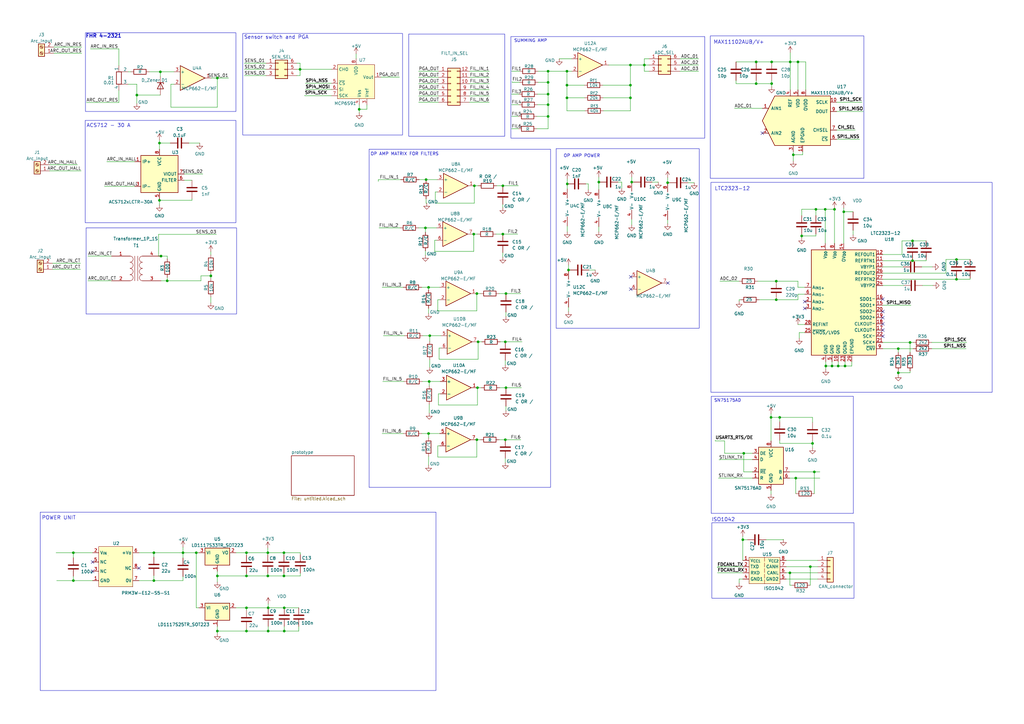
<source format=kicad_sch>
(kicad_sch (version 20230121) (generator eeschema)
  (paper "A3")
  (junction (at 109.982 258.826))
  (junction (at 109.855 236.22))
  (junction (at 373.253 140.462))
  (junction (at 101.092 236.22))
  (junction (at 232.537 29.21))
  (junction (at 332.359 232.41))
  (junction (at 259.08 74.676))
  (junction (at 194.564 76.2))
  (junction (at 392.303 114.554))
  (junction (at 75.057 226.695))
  (junction (at 63.119 226.695))
  (junction (at 206.248 96.012))
  (junction (at -50.8 240.665))
  (junction (at 174.752 73.66))
  (junction (at 325.374 63.5))
  (junction (at 333.248 181.864))
  (junction (at 195.834 159.004))
  (junction (at -58.42 240.665))
  (junction (at 56.134 38.989))
  (junction (at 334.645 85.852))
  (junction (at 101.092 226.695))
  (junction (at 109.855 226.695))
  (junction (at 318.389 122.936))
  (junction (at 224.79 42.926))
  (junction (at 310.134 34.29))
  (junction (at 175.768 117.856))
  (junction (at 66.04 105.029))
  (junction (at 273.812 74.93))
  (junction (at 346.583 150.114))
  (junction (at 368.427 152.908))
  (junction (at 116.459 226.695))
  (junction (at 116.586 258.826))
  (junction (at 86.487 113.157))
  (junction (at 176.022 156.464))
  (junction (at 195.58 120.396))
  (junction (at 194.31 96.012))
  (junction (at 89.154 258.826))
  (junction (at 80.518 226.695))
  (junction (at 232.537 40.132))
  (junction (at -40.64 240.665))
  (junction (at 224.79 38.608))
  (junction (at 233.172 110.744))
  (junction (at 318.389 115.316))
  (junction (at -71.12 240.665))
  (junction (at -60.96 240.665))
  (junction (at -43.18 240.665))
  (junction (at -55.88 240.665))
  (junction (at 338.709 150.114))
  (junction (at 207.264 180.34))
  (junction (at -53.34 240.665))
  (junction (at 174.498 93.472))
  (junction (at 147.32 44.831))
  (junction (at 116.586 249.301))
  (junction (at 304.673 221.361))
  (junction (at 338.455 85.852))
  (junction (at 343.789 150.114))
  (junction (at 65.405 58.674))
  (junction (at 319.786 171.196))
  (junction (at 206.248 76.2))
  (junction (at 346.075 86.868))
  (junction (at -63.5 240.665))
  (junction (at 123.063 28.448))
  (junction (at 310.134 25.4))
  (junction (at 109.982 249.301))
  (junction (at 176.276 137.668))
  (junction (at 258.572 26.67))
  (junction (at 232.537 34.925))
  (junction (at 207.518 120.396))
  (junction (at 323.977 234.95))
  (junction (at 316.484 25.4))
  (junction (at 328.803 96.774))
  (junction (at 316.23 171.196))
  (junction (at 101.092 258.826))
  (junction (at 224.79 29.21))
  (junction (at 392.303 106.426))
  (junction (at 374.269 106.934))
  (junction (at 196.088 140.208))
  (junction (at 63.119 238.125))
  (junction (at 324.104 25.4))
  (junction (at 258.572 40.132))
  (junction (at 334.01 193.548))
  (junction (at 101.092 249.301))
  (junction (at 224.79 33.782))
  (junction (at 232.664 75.438))
  (junction (at 224.79 47.752))
  (junction (at 245.618 74.676))
  (junction (at 207.518 159.004))
  (junction (at -66.04 240.665))
  (junction (at -48.26 240.665))
  (junction (at 65.786 29.464))
  (junction (at 326.39 196.088))
  (junction (at 89.154 32.004))
  (junction (at -68.58 240.665))
  (junction (at 175.768 177.8))
  (junction (at 341.249 150.114))
  (junction (at 342.265 85.852))
  (junction (at 65.405 82.169))
  (junction (at 30.099 226.695))
  (junction (at -76.2 240.665))
  (junction (at 264.287 26.67))
  (junction (at 68.58 115.189))
  (junction (at 195.58 180.34))
  (junction (at 368.427 143.002))
  (junction (at -73.66 240.665))
  (junction (at 30.099 238.125))
  (junction (at 258.572 34.925))
  (junction (at 116.459 236.22))
  (junction (at 207.264 140.208))
  (junction (at 327.279 25.4))
  (junction (at 305.054 185.928))
  (junction (at 316.484 34.29))
  (junction (at 89.154 236.22))
  (junction (at 374.269 98.806))
  (junction (at -45.72 240.665))
  (no_connect (at -22.86 186.69))
  (no_connect (at -22.86 196.85))
  (no_connect (at -66.04 41.91))
  (no_connect (at -88.9 146.05))
  (no_connect (at -22.86 113.03))
  (no_connect (at -22.86 156.21))
  (no_connect (at -22.86 140.97))
  (no_connect (at 362.077 137.922))
  (no_connect (at -35.56 41.91))
  (no_connect (at -88.9 179.07))
  (no_connect (at -88.9 115.57))
  (no_connect (at 37.973 234.315))
  (no_connect (at -22.86 90.17))
  (no_connect (at -71.12 41.91))
  (no_connect (at -22.86 214.63))
  (no_connect (at -58.42 41.91))
  (no_connect (at 258.699 118.618))
  (no_connect (at -88.9 125.73))
  (no_connect (at 362.077 127.762))
  (no_connect (at -88.9 204.47))
  (no_connect (at -88.9 191.77))
  (no_connect (at -22.86 161.29))
  (no_connect (at -22.86 222.25))
  (no_connect (at -22.86 212.09))
  (no_connect (at -88.9 57.15))
  (no_connect (at -22.86 171.45))
  (no_connect (at -22.86 199.39))
  (no_connect (at -88.9 209.55))
  (no_connect (at -88.9 148.59))
  (no_connect (at -22.86 105.41))
  (no_connect (at -88.9 173.99))
  (no_connect (at -88.9 207.01))
  (no_connect (at -60.96 41.91))
  (no_connect (at -22.86 80.01))
  (no_connect (at -88.9 201.93))
  (no_connect (at -88.9 123.19))
  (no_connect (at -22.86 153.67))
  (no_connect (at -88.9 212.09))
  (no_connect (at -88.9 151.13))
  (no_connect (at -22.86 194.31))
  (no_connect (at -22.86 168.91))
  (no_connect (at 312.674 54.61))
  (no_connect (at -88.9 90.17))
  (no_connect (at -22.86 54.61))
  (no_connect (at -22.86 191.77))
  (no_connect (at -22.86 209.55))
  (no_connect (at -88.9 107.95))
  (no_connect (at -88.9 214.63))
  (no_connect (at -22.86 62.23))
  (no_connect (at -88.9 171.45))
  (no_connect (at -22.86 201.93))
  (no_connect (at -22.86 158.75))
  (no_connect (at -88.9 166.37))
  (no_connect (at -22.86 115.57))
  (no_connect (at -22.86 204.47))
  (no_connect (at -88.9 113.03))
  (no_connect (at -88.9 54.61))
  (no_connect (at -22.86 97.79))
  (no_connect (at -22.86 207.01))
  (no_connect (at -88.9 217.17))
  (no_connect (at -22.86 59.69))
  (no_connect (at -88.9 186.69))
  (no_connect (at -22.86 148.59))
  (no_connect (at -88.9 100.33))
  (no_connect (at -88.9 161.29))
  (no_connect (at -88.9 158.75))
  (no_connect (at -88.9 92.71))
  (no_connect (at -88.9 153.67))
  (no_connect (at -88.9 222.25))
  (no_connect (at -88.9 140.97))
  (no_connect (at -88.9 156.21))
  (no_connect (at -22.86 179.07))
  (no_connect (at -88.9 219.71))
  (no_connect (at 362.077 132.842))
  (no_connect (at -88.9 133.35))
  (no_connect (at -88.9 130.81))
  (no_connect (at -22.86 92.71))
  (no_connect (at -22.86 151.13))
  (no_connect (at -88.9 184.15))
  (no_connect (at -88.9 168.91))
  (no_connect (at 362.077 130.302))
  (no_connect (at -22.86 146.05))
  (no_connect (at -22.86 219.71))
  (no_connect (at -88.9 110.49))
  (no_connect (at -88.9 143.51))
  (no_connect (at -88.9 97.79))
  (no_connect (at -22.86 184.15))
  (no_connect (at -22.86 176.53))
  (no_connect (at -88.9 118.11))
  (no_connect (at 362.077 122.682))
  (no_connect (at -22.86 163.83))
  (no_connect (at 37.973 230.505))
  (no_connect (at -68.58 41.91))
  (no_connect (at -22.86 102.87))
  (no_connect (at -22.86 189.23))
  (no_connect (at 330.073 126.492))
  (no_connect (at -88.9 105.41))
  (no_connect (at -88.9 102.87))
  (no_connect (at -22.86 166.37))
  (no_connect (at -76.2 41.91))
  (no_connect (at -88.9 120.65))
  (no_connect (at 362.077 135.382))
  (no_connect (at 57.023 233.045))
  (no_connect (at 258.699 113.538))
  (no_connect (at -22.86 107.95))
  (no_connect (at -63.5 41.91))
  (no_connect (at -88.9 163.83))
  (no_connect (at -22.86 57.15))
  (no_connect (at 330.073 123.698))
  (no_connect (at -88.9 128.27))
  (no_connect (at -22.86 173.99))
  (no_connect (at -22.86 87.63))
  (no_connect (at -22.86 110.49))
  (no_connect (at 273.939 116.078))
  (no_connect (at -22.86 143.51))
  (no_connect (at -73.66 41.91))
  (no_connect (at -22.86 217.17))
  (no_connect (at -88.9 135.89))
  (no_connect (at -88.9 176.53))
  (wire (pts (xy 179.832 166.116) (xy 195.834 166.116)))
  (wire (pts (xy 52.578 34.544) (xy 56.134 34.544)))
  (wire (pts (xy 89.154 32.004) (xy 93.726 32.004)))
  (wire (pts (xy 387.985 106.426) (xy 392.303 106.426)))
  (wire (pts (xy -53.34 240.665) (xy -50.8 240.665)))
  (wire (pts (xy -43.18 240.665) (xy -45.72 240.665)))
  (wire (pts (xy 86.614 32.004) (xy 89.154 32.004)))
  (wire (pts (xy 274.574 74.93) (xy 273.812 74.93)))
  (wire (pts (xy 194.31 96.012) (xy 195.834 96.012)))
  (wire (pts (xy 109.982 247.65) (xy 109.982 249.301)))
  (wire (pts (xy 176.022 156.464) (xy 176.022 158.242)))
  (wire (pts (xy 123.19 236.22) (xy 116.459 236.22)))
  (wire (pts (xy 327.279 117.856) (xy 327.279 115.316)))
  (wire (pts (xy 48.768 20.066) (xy 48.768 26.924)))
  (wire (pts (xy 233.172 125.984) (xy 233.172 127.762)))
  (wire (pts (xy 333.248 171.196) (xy 333.248 173.228)))
  (wire (pts (xy 319.786 171.196) (xy 319.786 172.974)))
  (wire (pts (xy 68.58 115.189) (xy 82.423 115.189)))
  (wire (pts (xy -35.56 240.665) (xy -40.64 240.665)))
  (wire (pts (xy 30.099 228.727) (xy 30.099 226.695)))
  (wire (pts (xy 316.484 33.02) (xy 316.484 34.29)))
  (wire (pts (xy -22.86 133.35) (xy -7.493 133.35)))
  (wire (pts (xy 180.34 122.936) (xy 179.578 122.936)))
  (wire (pts (xy 116.459 235.204) (xy 116.459 236.22)))
  (wire (pts (xy -63.5 234.95) (xy -63.5 240.665)))
  (wire (pts (xy 101.092 249.301) (xy 109.982 249.301)))
  (wire (pts (xy 65.786 38.989) (xy 56.134 38.989)))
  (wire (pts (xy 310.134 34.29) (xy 316.484 34.29)))
  (wire (pts (xy 52.578 29.464) (xy 53.594 29.464)))
  (wire (pts (xy -60.96 234.95) (xy -60.96 240.665)))
  (wire (pts (xy 123.19 235.077) (xy 123.19 236.22)))
  (wire (pts (xy 209.804 42.926) (xy 212.852 42.926)))
  (wire (pts (xy 209.804 29.21) (xy 213.106 29.21)))
  (wire (pts (xy 116.586 249.301) (xy 122.555 249.301)))
  (wire (pts (xy 174.752 83.312) (xy 174.752 81.534)))
  (wire (pts (xy 338.709 150.114) (xy 341.249 150.114)))
  (wire (pts (xy 282.194 74.93) (xy 284.734 74.93)))
  (wire (pts (xy 342.265 85.344) (xy 342.265 85.852)))
  (wire (pts (xy -45.72 234.95) (xy -45.72 240.665)))
  (wire (pts (xy -22.86 67.31) (xy -12.573 67.31)))
  (wire (pts (xy -22.86 135.89) (xy -7.493 135.89)))
  (wire (pts (xy 368.427 143.002) (xy 368.427 144.526)))
  (wire (pts (xy -22.86 64.77) (xy -12.7 64.77)))
  (wire (pts (xy 220.726 33.782) (xy 224.79 33.782)))
  (wire (pts (xy 330.073 136.398) (xy 327.787 136.398)))
  (wire (pts (xy -58.42 234.95) (xy -58.42 240.665)))
  (wire (pts (xy 156.718 177.8) (xy 165.354 177.8)))
  (wire (pts (xy 245.872 74.676) (xy 245.618 74.676)))
  (wire (pts (xy 175.768 177.8) (xy 180.34 177.8)))
  (wire (pts (xy 65.024 105.029) (xy 65.024 96.139)))
  (wire (pts (xy 178.308 103.124) (xy 194.31 103.124)))
  (wire (pts (xy 349.885 94.488) (xy 349.885 96.266)))
  (wire (pts (xy -48.26 234.95) (xy -48.26 240.665)))
  (wire (pts (xy 210.058 33.528) (xy 210.058 33.782)))
  (wire (pts (xy 232.537 34.925) (xy 232.537 40.132)))
  (wire (pts (xy 174.498 102.87) (xy 174.498 104.648)))
  (wire (pts (xy 245.618 92.964) (xy 245.618 94.996)))
  (wire (pts (xy 207.264 180.34) (xy 213.614 180.34)))
  (wire (pts (xy 56.134 38.989) (xy 56.134 42.418)))
  (wire (pts (xy 65.024 96.139) (xy 88.773 96.139)))
  (wire (pts (xy 22.987 226.695) (xy 30.099 226.695)))
  (wire (pts (xy 264.287 24.13) (xy 264.287 26.67)))
  (wire (pts (xy 204.724 120.396) (xy 207.518 120.396)))
  (wire (pts (xy 333.248 180.848) (xy 333.248 181.864)))
  (wire (pts (xy 174.498 93.472) (xy 174.498 95.25)))
  (wire (pts (xy 264.287 29.21) (xy 264.287 26.67)))
  (wire (pts (xy 116.586 258.826) (xy 109.982 258.826)))
  (wire (pts (xy 63.119 226.695) (xy 75.057 226.695)))
  (wire (pts (xy -66.04 234.95) (xy -66.04 240.665)))
  (wire (pts (xy 80.518 226.695) (xy 80.518 249.301)))
  (wire (pts (xy 332.359 232.41) (xy 332.359 240.03)))
  (wire (pts (xy -22.86 130.81) (xy -5.969 130.81)))
  (wire (pts (xy 397.891 114.554) (xy 397.891 114.046)))
  (wire (pts (xy -22.86 125.73) (xy -8.255 125.73)))
  (wire (pts (xy 247.269 34.925) (xy 258.572 34.925)))
  (wire (pts (xy 328.803 85.852) (xy 334.645 85.852)))
  (wire (pts (xy 80.518 226.695) (xy 81.534 226.695)))
  (wire (pts (xy -22.86 72.39) (xy -12.827 72.39)))
  (wire (pts (xy 362.077 117.094) (xy 370.713 117.094)))
  (wire (pts (xy 304.673 237.49) (xy 303.149 237.49)))
  (wire (pts (xy 306.578 221.361) (xy 304.673 221.361)))
  (wire (pts (xy 179.578 122.936) (xy 179.578 127.508)))
  (wire (pts (xy 295.402 188.468) (xy 308.61 188.468)))
  (wire (pts (xy 323.977 234.95) (xy 335.407 234.95)))
  (wire (pts (xy 179.578 182.88) (xy 179.578 187.452)))
  (wire (pts (xy 207.264 140.208) (xy 214.122 140.208)))
  (wire (pts (xy 325.374 63.5) (xy 325.374 66.04)))
  (wire (pts (xy 36.068 105.029) (xy 45.72 105.029)))
  (wire (pts (xy 310.134 33.02) (xy 310.134 34.29)))
  (wire (pts (xy 109.855 235.204) (xy 109.855 236.22)))
  (wire (pts (xy 232.537 40.132) (xy 232.537 45.466)))
  (wire (pts (xy 255.016 77.216) (xy 255.016 74.676)))
  (wire (pts (xy 305.054 193.548) (xy 305.054 185.928)))
  (wire (pts (xy 206.248 76.2) (xy 212.598 76.2)))
  (wire (pts (xy 66.04 105.029) (xy 68.58 105.029)))
  (wire (pts (xy -73.66 240.665) (xy -76.2 240.665)))
  (wire (pts (xy 77.47 58.674) (xy 81.915 58.674)))
  (wire (pts (xy 321.31 221.361) (xy 321.31 221.234)))
  (wire (pts (xy 325.374 62.23) (xy 325.374 63.5)))
  (wire (pts (xy -101.854 189.23) (xy -88.9 189.23)))
  (wire (pts (xy -22.86 123.19) (xy -8.89 123.19)))
  (wire (pts (xy 96.774 226.695) (xy 101.092 226.695)))
  (wire (pts (xy 368.427 152.908) (xy 368.427 153.67)))
  (wire (pts (xy 173.228 156.464) (xy 176.022 156.464)))
  (wire (pts (xy 273.812 72.898) (xy 273.812 74.93)))
  (wire (pts (xy 259.08 89.916) (xy 259.08 92.202)))
  (wire (pts (xy 65.786 29.464) (xy 65.786 31.369)))
  (wire (pts (xy 266.192 29.21) (xy 264.287 29.21)))
  (wire (pts (xy 192.532 29.21) (xy 200.66 29.21)))
  (wire (pts (xy 147.32 43.053) (xy 147.32 44.831)))
  (wire (pts (xy 175.768 187.198) (xy 175.768 190.754)))
  (wire (pts (xy 48.768 37.084) (xy 48.768 42.037)))
  (wire (pts (xy 171.704 36.83) (xy 179.832 36.83)))
  (wire (pts (xy 176.022 156.464) (xy 180.594 156.464)))
  (wire (pts (xy 196.088 140.208) (xy 197.612 140.208)))
  (wire (pts (xy 362.077 112.014) (xy 387.985 112.014)))
  (wire (pts (xy 68.58 113.792) (xy 68.58 115.189)))
  (wire (pts (xy 155.194 74.422) (xy 155.194 73.66)))
  (wire (pts (xy 224.79 42.926) (xy 224.79 38.608)))
  (wire (pts (xy 382.143 143.002) (xy 396.24 143.002)))
  (wire (pts (xy 195.58 187.452) (xy 195.58 180.34)))
  (wire (pts (xy 327.787 136.398) (xy 327.787 138.684)))
  (wire (pts (xy 172.974 177.8) (xy 175.768 177.8)))
  (wire (pts (xy 220.472 38.608) (xy 224.79 38.608)))
  (wire (pts (xy 324.739 240.03) (xy 323.977 240.03)))
  (wire (pts (xy 308.61 185.928) (xy 305.054 185.928)))
  (wire (pts (xy 75.057 238.125) (xy 63.119 238.125)))
  (wire (pts (xy 174.752 73.66) (xy 179.324 73.66)))
  (wire (pts (xy 70.104 34.544) (xy 70.104 43.942)))
  (wire (pts (xy 323.977 240.03) (xy 323.977 234.95)))
  (wire (pts (xy 232.537 40.132) (xy 239.776 40.132)))
  (wire (pts (xy 362.077 114.554) (xy 392.303 114.554)))
  (wire (pts (xy 316.23 169.672) (xy 316.23 171.196)))
  (wire (pts (xy 100.203 25.908) (xy 109.093 25.908)))
  (wire (pts (xy 123.063 28.448) (xy 135.89 28.448)))
  (wire (pts (xy -35.56 234.95) (xy -35.56 240.665)))
  (wire (pts (xy 245.618 72.644) (xy 245.618 74.676)))
  (wire (pts (xy 224.79 47.752) (xy 224.79 52.832)))
  (wire (pts (xy 176.276 147.574) (xy 176.276 150.622)))
  (wire (pts (xy 373.253 152.908) (xy 368.427 152.908)))
  (wire (pts (xy 369.951 98.806) (xy 374.269 98.806)))
  (wire (pts (xy 65.405 58.674) (xy 69.85 58.674)))
  (wire (pts (xy 334.645 96.012) (xy 334.645 96.774)))
  (wire (pts (xy 178.308 98.552) (xy 178.308 103.124)))
  (wire (pts (xy 247.396 40.132) (xy 258.572 40.132)))
  (wire (pts (xy 209.804 52.832) (xy 212.598 52.832)))
  (wire (pts (xy 56.134 34.544) (xy 56.134 38.989)))
  (wire (pts (xy 330.454 25.4) (xy 327.279 25.4)))
  (wire (pts (xy 374.269 106.934) (xy 374.269 106.426)))
  (wire (pts (xy 224.79 29.21) (xy 224.79 33.782)))
  (wire (pts (xy 378.079 109.474) (xy 382.397 109.474)))
  (wire (pts (xy -43.18 234.95) (xy -43.18 240.665)))
  (wire (pts (xy 207.264 187.96) (xy 207.264 189.738)))
  (wire (pts (xy 207.518 128.016) (xy 207.518 129.794)))
  (wire (pts (xy 109.855 236.22) (xy 101.092 236.22)))
  (wire (pts (xy 86.487 121.793) (xy 86.487 124.206)))
  (wire (pts (xy 333.248 181.864) (xy 333.248 183.642)))
  (wire (pts (xy 341.249 150.114) (xy 343.789 150.114)))
  (wire (pts (xy 295.275 115.316) (xy 303.149 115.316)))
  (wire (pts (xy 346.075 86.868) (xy 346.075 99.822)))
  (wire (pts (xy 205.232 140.208) (xy 207.264 140.208)))
  (wire (pts (xy 75.057 224.409) (xy 75.057 226.695)))
  (wire (pts (xy 116.459 236.22) (xy 109.855 236.22)))
  (wire (pts (xy 116.586 256.921) (xy 116.586 258.826)))
  (wire (pts (xy 192.532 39.37) (xy 200.66 39.37)))
  (wire (pts (xy 327.279 25.4) (xy 324.104 25.4)))
  (wire (pts (xy 329.184 63.5) (xy 325.374 63.5)))
  (wire (pts (xy 362.077 106.934) (xy 374.269 106.934)))
  (wire (pts (xy 121.793 25.908) (xy 123.063 25.908)))
  (wire (pts (xy 207.518 166.624) (xy 207.518 168.402)))
  (wire (pts (xy 109.982 256.921) (xy 109.982 258.826)))
  (wire (pts (xy 206.248 96.012) (xy 212.344 96.012)))
  (wire (pts (xy 180.34 182.88) (xy 179.578 182.88)))
  (wire (pts (xy 259.842 74.676) (xy 259.08 74.676)))
  (wire (pts (xy -22.86 128.27) (xy -7.874 128.27)))
  (wire (pts (xy -22.86 118.11) (xy -9.398 118.11)))
  (wire (pts (xy 101.092 235.331) (xy 101.092 236.22)))
  (wire (pts (xy 81.534 249.301) (xy 80.518 249.301)))
  (wire (pts (xy 304.673 221.361) (xy 304.673 229.87)))
  (wire (pts (xy 109.855 226.695) (xy 116.459 226.695)))
  (wire (pts (xy 334.645 88.392) (xy 334.645 85.852)))
  (wire (pts (xy -101.727 196.85) (xy -88.9 196.85)))
  (wire (pts (xy 180.594 161.544) (xy 179.832 161.544)))
  (wire (pts (xy 172.974 117.856) (xy 175.768 117.856)))
  (wire (pts (xy 278.892 26.67) (xy 286.512 26.67)))
  (wire (pts (xy 241.3 75.438) (xy 240.284 75.438)))
  (wire (pts (xy 194.564 76.2) (xy 196.088 76.2)))
  (wire (pts (xy 332.359 232.41) (xy 335.407 232.41)))
  (wire (pts (xy 303.149 122.936) (xy 303.149 123.571)))
  (wire (pts (xy 327.279 133.096) (xy 330.073 133.096)))
  (wire (pts (xy 328.803 96.012) (xy 328.803 96.774)))
  (wire (pts (xy 258.572 34.925) (xy 258.572 26.67)))
  (wire (pts (xy -22.86 74.93) (xy -7.112 74.93)))
  (wire (pts (xy -50.8 240.665) (xy -48.26 240.665)))
  (wire (pts (xy 61.214 29.464) (xy 65.786 29.464)))
  (wire (pts (xy 278.892 29.21) (xy 286.512 29.21)))
  (wire (pts (xy 224.79 29.21) (xy 232.537 29.21)))
  (wire (pts (xy 207.264 147.828) (xy 207.264 149.606)))
  (wire (pts (xy 171.704 41.91) (xy 179.832 41.91)))
  (wire (pts (xy -76.2 240.665) (xy -76.2 242.57)))
  (wire (pts (xy 338.709 150.114) (xy 338.709 151.384)))
  (wire (pts (xy 220.218 47.752) (xy 224.79 47.752)))
  (wire (pts (xy 373.253 140.462) (xy 374.523 140.462)))
  (wire (pts (xy 63.119 228.473) (xy 63.119 226.695)))
  (wire (pts (xy 392.303 114.554) (xy 392.303 114.046)))
  (wire (pts (xy 179.07 98.552) (xy 178.308 98.552)))
  (wire (pts (xy 294.894 188.595) (xy 295.402 188.595)))
  (wire (pts (xy -66.04 240.665) (xy -68.58 240.665)))
  (wire (pts (xy 349.377 148.336) (xy 349.377 150.114)))
  (wire (pts (xy 239.903 45.466) (xy 232.537 45.466)))
  (wire (pts (xy 175.006 83.312) (xy 174.752 83.312)))
  (wire (pts (xy 171.704 34.29) (xy 179.832 34.29)))
  (wire (pts (xy 293.37 180.594) (xy 293.37 180.848)))
  (wire (pts (xy 89.154 236.22) (xy 89.154 238.633)))
  (wire (pts (xy 86.487 112.141) (xy 86.487 113.157)))
  (wire (pts (xy 308.61 193.548) (xy 305.054 193.548)))
  (wire (pts (xy 343.789 150.114) (xy 346.583 150.114)))
  (wire (pts (xy 209.804 47.752) (xy 212.598 47.752)))
  (wire (pts (xy 155.194 73.66) (xy 164.338 73.66)))
  (wire (pts (xy 328.803 88.392) (xy 328.803 85.852)))
  (wire (pts (xy 301.879 34.29) (xy 310.134 34.29)))
  (wire (pts (xy 65.405 57.404) (xy 65.405 58.674)))
  (wire (pts (xy 100.203 28.448) (xy 109.093 28.448)))
  (wire (pts (xy 109.982 258.826) (xy 101.092 258.826)))
  (wire (pts (xy -76.2 234.95) (xy -76.2 240.665)))
  (wire (pts (xy 318.389 115.316) (xy 327.279 115.316)))
  (wire (pts (xy 122.555 258.826) (xy 116.586 258.826)))
  (wire (pts (xy 305.054 185.928) (xy 297.18 185.928)))
  (wire (pts (xy 75.565 73.914) (xy 78.74 73.914)))
  (wire (pts (xy 316.23 171.196) (xy 316.23 180.848)))
  (wire (pts (xy 224.79 42.926) (xy 224.79 47.752)))
  (wire (pts (xy 86.487 103.251) (xy 86.487 104.521)))
  (wire (pts (xy 75.565 71.374) (xy 83.185 71.374)))
  (wire (pts (xy 241.3 77.724) (xy 241.3 75.438)))
  (wire (pts (xy 125.222 34.163) (xy 135.89 34.163)))
  (wire (pts (xy 123.19 226.695) (xy 123.19 227.457)))
  (wire (pts (xy 294.513 232.41) (xy 304.673 232.41)))
  (wire (pts (xy -45.72 240.665) (xy -48.26 240.665)))
  (wire (pts (xy 362.077 104.394) (xy 369.951 104.394)))
  (wire (pts (xy 22.098 21.844) (xy 33.528 21.844)))
  (wire (pts (xy 206.248 103.632) (xy 206.248 105.41)))
  (wire (pts (xy 82.423 113.157) (xy 86.487 113.157)))
  (wire (pts (xy 109.855 226.695) (xy 109.855 227.584)))
  (wire (pts (xy 232.537 29.21) (xy 232.537 34.925)))
  (wire (pts (xy 192.532 41.91) (xy 200.66 41.91)))
  (wire (pts (xy -55.88 240.665) (xy -58.42 240.665)))
  (wire (pts (xy -7.874 128.143) (xy -7.874 128.27)))
  (wire (pts (xy 82.423 115.189) (xy 82.423 113.157)))
  (wire (pts (xy 146.05 22.098) (xy 146.05 24.003)))
  (wire (pts (xy 326.39 196.088) (xy 326.39 202.438)))
  (wire (pts (xy 195.58 120.396) (xy 197.104 120.396)))
  (wire (pts (xy -55.88 234.95) (xy -55.88 240.665)))
  (wire (pts (xy -5.969 77.597) (xy -5.842 77.597)))
  (wire (pts (xy 342.265 85.852) (xy 342.265 99.822)))
  (wire (pts (xy 327.279 36.83) (xy 327.279 25.4)))
  (wire (pts (xy 330.454 36.83) (xy 330.454 25.4)))
  (wire (pts (xy 203.454 96.012) (xy 206.248 96.012)))
  (wire (pts (xy 89.154 258.826) (xy 89.154 259.842)))
  (wire (pts (xy -101.854 194.31) (xy -88.9 194.31)))
  (wire (pts (xy 301.879 25.4) (xy 310.134 25.4)))
  (wire (pts (xy 220.472 42.926) (xy 224.79 42.926)))
  (wire (pts (xy 68.58 105.029) (xy 68.58 106.172)))
  (wire (pts (xy 180.086 147.32) (xy 196.088 147.32)))
  (wire (pts (xy 316.484 34.29) (xy 316.484 35.56)))
  (wire (pts (xy 311.404 122.936) (xy 318.389 122.936)))
  (wire (pts (xy 327.279 122.936) (xy 318.389 122.936)))
  (wire (pts (xy 338.455 99.822) (xy 338.455 85.852)))
  (wire (pts (xy -5.969 77.597) (xy -5.969 77.47)))
  (wire (pts (xy 322.453 237.49) (xy 335.407 237.49)))
  (wire (pts (xy 101.092 257.937) (xy 101.092 258.826)))
  (wire (pts (xy 207.518 120.396) (xy 213.614 120.396)))
  (wire (pts (xy 378.333 117.094) (xy 382.651 117.094)))
  (wire (pts (xy 206.248 83.82) (xy 206.248 85.09)))
  (wire (pts (xy 156.718 117.856) (xy 165.354 117.856)))
  (wire (pts (xy 21.59 107.95) (xy 33.02 107.95)))
  (wire (pts (xy -68.58 234.95) (xy -68.58 240.665)))
  (wire (pts (xy 42.799 76.454) (xy 55.245 76.454)))
  (wire (pts (xy 195.834 166.116) (xy 195.834 159.004)))
  (wire (pts (xy 30.099 236.347) (xy 30.099 238.125)))
  (wire (pts (xy 174.752 73.66) (xy 174.752 73.914)))
  (wire (pts (xy 123.063 30.988) (xy 121.793 30.988)))
  (wire (pts (xy 232.664 92.71) (xy 232.664 94.996)))
  (wire (pts (xy 259.08 72.644) (xy 259.08 74.676)))
  (wire (pts (xy 224.79 33.782) (xy 224.79 38.608)))
  (wire (pts (xy 346.583 148.336) (xy 346.583 150.114)))
  (wire (pts (xy 101.092 236.22) (xy 89.154 236.22)))
  (wire (pts (xy 30.099 226.695) (xy 37.973 226.695)))
  (wire (pts (xy 63.119 238.125) (xy 57.023 238.125)))
  (wire (pts (xy 301.879 33.02) (xy 301.879 34.29)))
  (wire (pts (xy 338.455 85.852) (xy 342.265 85.852)))
  (wire (pts (xy 343.154 45.72) (xy 354.076 45.72)))
  (wire (pts (xy 101.092 249.301) (xy 101.092 250.317)))
  (wire (pts (xy 122.555 256.921) (xy 122.555 258.826)))
  (wire (pts (xy 124.968 39.116) (xy 124.968 39.243)))
  (wire (pts (xy -22.86 120.65) (xy -9.398 120.65)))
  (wire (pts (xy 294.64 196.088) (xy 308.61 196.088)))
  (wire (pts (xy 362.077 109.474) (xy 370.459 109.474)))
  (wire (pts (xy 326.39 196.088) (xy 336.296 196.088)))
  (wire (pts (xy 195.58 127.508) (xy 195.58 120.396)))
  (wire (pts (xy 220.726 29.21) (xy 224.79 29.21)))
  (wire (pts (xy 203.708 76.2) (xy 206.248 76.2)))
  (wire (pts (xy 368.427 143.002) (xy 374.523 143.002)))
  (wire (pts (xy 123.063 28.448) (xy 123.063 30.988)))
  (wire (pts (xy 323.85 196.088) (xy 326.39 196.088)))
  (wire (pts (xy 220.218 52.832) (xy 224.79 52.832)))
  (wire (pts (xy 374.269 98.806) (xy 379.857 98.806)))
  (wire (pts (xy 179.832 161.544) (xy 179.832 166.116)))
  (wire (pts (xy 258.572 45.466) (xy 258.572 40.132)))
  (wire (pts (xy 319.786 171.196) (xy 333.248 171.196)))
  (wire (pts (xy 150.495 43.053) (xy 150.495 44.831)))
  (wire (pts (xy 65.405 82.169) (xy 65.405 84.074)))
  (wire (pts (xy -40.64 234.95) (xy -40.64 240.665)))
  (wire (pts (xy 346.075 85.344) (xy 346.075 86.868)))
  (wire (pts (xy 147.32 44.831) (xy 147.32 46.228)))
  (wire (pts (xy 362.077 140.462) (xy 373.253 140.462)))
  (wire (pts (xy -7.493 133.35) (xy -7.493 133.477)))
  (wire (pts (xy 75.057 226.695) (xy 80.518 226.695)))
  (wire (pts (xy 57.023 226.695) (xy 63.119 226.695)))
  (wire (pts (xy -73.66 234.95) (xy -73.66 240.665)))
  (wire (pts (xy 180.848 142.748) (xy 180.086 142.748)))
  (wire (pts (xy 239.649 34.925) (xy 232.537 34.925)))
  (wire (pts (xy 121.793 28.448) (xy 123.063 28.448)))
  (wire (pts (xy 63.119 236.093) (xy 63.119 238.125)))
  (wire (pts (xy 204.978 159.004) (xy 207.518 159.004)))
  (wire (pts (xy 362.077 125.222) (xy 373.634 125.222)))
  (wire (pts (xy 247.523 45.466) (xy 258.572 45.466)))
  (wire (pts (xy 23.241 238.125) (xy 30.099 238.125)))
  (wire (pts (xy 100.203 30.988) (xy 109.093 30.988)))
  (wire (pts (xy -63.5 240.665) (xy -66.04 240.665)))
  (wire (pts (xy 65.786 29.464) (xy 71.374 29.464)))
  (wire (pts (xy 295.402 188.595) (xy 295.402 188.468)))
  (wire (pts (xy 327.279 117.856) (xy 330.073 117.856)))
  (wire (pts (xy 179.578 187.452) (xy 195.58 187.452)))
  (wire (pts (xy 232.664 73.406) (xy 232.664 75.438)))
  (wire (pts (xy 341.249 148.336) (xy 341.249 150.114)))
  (wire (pts (xy 258.572 26.67) (xy 264.287 26.67)))
  (wire (pts (xy 36.068 115.189) (xy 45.72 115.189)))
  (wire (pts (xy 101.092 226.695) (xy 101.092 227.711)))
  (wire (pts (xy 109.855 224.79) (xy 109.855 226.695)))
  (wire (pts (xy 194.564 83.312) (xy 194.564 76.2)))
  (wire (pts (xy 267.462 74.676) (xy 270.002 74.676)))
  (wire (pts (xy 171.704 31.75) (xy 179.832 31.75)))
  (wire (pts (xy 316.23 201.168) (xy 316.23 202.692)))
  (wire (pts (xy 171.704 39.37) (xy 179.832 39.37)))
  (wire (pts (xy 322.453 234.95) (xy 323.977 234.95)))
  (wire (pts (xy 173.482 137.668) (xy 176.276 137.668)))
  (wire (pts (xy -50.8 234.95) (xy -50.8 240.665)))
  (wire (pts (xy 324.104 25.4) (xy 324.104 36.83)))
  (wire (pts (xy 232.664 75.438) (xy 232.664 77.47)))
  (wire (pts (xy 86.487 113.157) (xy 86.487 114.173)))
  (wire (pts (xy 245.618 74.676) (xy 245.618 77.724)))
  (wire (pts (xy 324.104 21.59) (xy 324.104 25.4)))
  (wire (pts (xy 343.789 148.336) (xy 343.789 150.114)))
  (wire (pts (xy -71.12 234.95) (xy -71.12 240.665)))
  (wire (pts (xy 75.057 226.695) (xy 75.057 228.854)))
  (wire (pts (xy 37.084 20.066) (xy 48.768 20.066)))
  (wire (pts (xy 323.85 193.548) (xy 334.01 193.548)))
  (wire (pts (xy 20.32 70.104) (xy 33.274 70.104)))
  (wire (pts (xy 343.154 57.15) (xy 352.552 57.15)))
  (wire (pts (xy 176.022 165.862) (xy 176.022 169.418)))
  (wire (pts (xy 179.578 127.508) (xy 195.58 127.508)))
  (wire (pts (xy -40.64 240.665) (xy -43.18 240.665)))
  (wire (pts (xy 66.04 115.189) (xy 68.58 115.189)))
  (wire (pts (xy 70.104 43.942) (xy 89.154 43.942)))
  (wire (pts (xy -68.58 240.665) (xy -71.12 240.665)))
  (wire (pts (xy 264.287 26.67) (xy 266.192 26.67)))
  (wire (pts (xy 195.834 159.004) (xy 197.358 159.004)))
  (wire (pts (xy 192.532 36.83) (xy 200.66 36.83)))
  (wire (pts (xy 233.172 108.712) (xy 233.172 110.744)))
  (wire (pts (xy 343.154 41.91) (xy 353.568 41.91)))
  (wire (pts (xy 316.484 25.4) (xy 324.104 25.4)))
  (wire (pts (xy 65.405 82.169) (xy 78.74 82.169)))
  (wire (pts (xy 314.198 221.361) (xy 321.31 221.361)))
  (wire (pts (xy 374.269 106.934) (xy 379.857 106.934)))
  (wire (pts (xy -8.255 125.603) (xy -8.255 125.73)))
  (wire (pts (xy 207.518 159.004) (xy 213.868 159.004)))
  (wire (pts (xy 171.704 29.21) (xy 179.832 29.21)))
  (wire (pts (xy 101.092 226.695) (xy 109.855 226.695)))
  (wire (pts (xy 294.259 234.95) (xy 304.673 234.95)))
  (wire (pts (xy 178.562 83.312) (xy 194.564 83.312)))
  (wire (pts (xy 304.673 219.964) (xy 304.673 221.361)))
  (wire (pts (xy 150.495 44.831) (xy 147.32 44.831)))
  (wire (pts (xy 89.154 234.315) (xy 89.154 236.22)))
  (wire (pts (xy 194.31 103.124) (xy 194.31 96.012)))
  (wire (pts (xy 171.704 93.472) (xy 174.498 93.472)))
  (wire (pts (xy 65.405 81.534) (xy 65.405 82.169)))
  (wire (pts (xy 322.453 232.41) (xy 332.359 232.41)))
  (wire (pts (xy 156.21 31.623) (xy 163.83 31.623)))
  (wire (pts (xy 175.768 117.856) (xy 175.768 118.872)))
  (wire (pts (xy 316.23 171.196) (xy 319.786 171.196)))
  (wire (pts (xy 249.682 26.67) (xy 258.572 26.67)))
  (wire (pts (xy 192.532 34.29) (xy 200.66 34.29)))
  (wire (pts (xy 89.154 43.942) (xy 89.154 32.004)))
  (wire (pts (xy 89.154 256.921) (xy 89.154 258.826)))
  (wire (pts (xy 338.709 148.336) (xy 338.709 150.114)))
  (wire (pts (xy 179.324 78.74) (xy 178.562 78.74)))
  (wire (pts (xy 334.01 193.548) (xy 334.01 202.438)))
  (wire (pts (xy 310.769 115.316) (xy 318.389 115.316)))
  (wire (pts (xy 109.982 249.301) (xy 116.586 249.301)))
  (wire (pts (xy 278.892 24.13) (xy 286.512 24.13)))
  (wire (pts (xy 241.554 110.744) (xy 244.094 110.744)))
  (wire (pts (xy 96.774 249.301) (xy 101.092 249.301)))
  (wire (pts (xy 346.075 86.868) (xy 349.885 86.868)))
  (wire (pts (xy 303.784 122.936) (xy 303.149 122.936)))
  (wire (pts (xy 319.786 181.864) (xy 333.248 181.864)))
  (wire (pts (xy 266.192 24.13) (xy 264.287 24.13)))
  (wire (pts (xy -55.88 240.665) (xy -53.34 240.665)))
  (wire (pts (xy 369.951 104.394) (xy 369.951 98.806)))
  (wire (pts (xy 373.253 152.146) (xy 373.253 152.908)))
  (wire (pts (xy 255.016 74.676) (xy 253.492 74.676)))
  (wire (pts (xy 392.303 114.554) (xy 397.891 114.554)))
  (wire (pts (xy 294.513 232.664) (xy 294.513 232.41)))
  (wire (pts (xy 75.057 236.474) (xy 75.057 238.125)))
  (wire (pts (xy 171.958 73.66) (xy 174.752 73.66)))
  (wire (pts (xy -22.86 100.33) (xy -9.779 100.33)))
  (wire (pts (xy 204.724 180.34) (xy 207.264 180.34)))
  (wire (pts (xy 125.222 36.703) (xy 135.89 36.703)))
  (wire (pts (xy 65.024 105.029) (xy 66.04 105.029)))
  (wire (pts (xy 343.154 53.34) (xy 350.774 53.34)))
  (wire (pts (xy 175.768 177.8) (xy 175.768 179.578)))
  (wire (pts (xy 368.427 152.146) (xy 368.427 152.908)))
  (wire (pts (xy 334.645 85.852) (xy 338.455 85.852)))
  (wire (pts (xy 65.405 58.674) (xy 65.405 61.214)))
  (wire (pts (xy 116.459 226.695) (xy 123.19 226.695)))
  (wire (pts (xy 196.088 147.32) (xy 196.088 140.208)))
  (wire (pts (xy 373.253 140.462) (xy 373.253 144.526)))
  (wire (pts (xy 229.362 24.13) (xy 234.442 24.13)))
  (wire (pts (xy 22.098 19.304) (xy 33.528 19.304)))
  (wire (pts (xy 116.459 226.695) (xy 116.459 227.584)))
  (wire (pts (xy -22.86 69.85) (xy -12.7 69.85)))
  (wire (pts (xy 294.132 232.664) (xy 294.513 232.664)))
  (wire (pts (xy 233.934 110.744) (xy 233.172 110.744)))
  (wire (pts (xy 310.134 25.4) (xy 316.484 25.4)))
  (wire (pts (xy 174.498 93.472) (xy 179.07 93.472)))
  (wire (pts (xy 43.815 66.294) (xy 55.245 66.294)))
  (wire (pts (xy 157.226 137.668) (xy 165.862 137.668)))
  (wire (pts (xy 382.143 140.462) (xy 396.494 140.462)))
  (wire (pts (xy 334.645 96.774) (xy 328.803 96.774)))
  (wire (pts (xy -60.96 240.665) (xy -63.5 240.665)))
  (wire (pts (xy 135.89 39.243) (xy 124.968 39.243)))
  (wire (pts (xy 232.537 29.21) (xy 234.442 29.21)))
  (wire (pts (xy 156.972 156.464) (xy 165.608 156.464)))
  (wire (pts (xy -101.727 199.39) (xy -88.9 199.39)))
  (wire (pts (xy 35.433 42.037) (xy 48.768 42.037)))
  (wire (pts (xy -71.12 240.665) (xy -73.66 240.665)))
  (wire (pts (xy -22.86 82.55) (xy -5.842 82.55)))
  (wire (pts (xy 297.18 180.848) (xy 293.37 180.848)))
  (wire (pts (xy 20.32 67.564) (xy 31.75 67.564)))
  (wire (pts (xy 213.106 33.782) (xy 210.058 33.782)))
  (wire (pts (xy -58.42 240.665) (xy -60.96 240.665)))
  (wire (pts (xy 258.572 40.132) (xy 258.572 34.925)))
  (wire (pts (xy 379.857 106.934) (xy 379.857 106.426)))
  (wire (pts (xy 334.01 193.548) (xy 336.296 193.548)))
  (wire (pts (xy 319.786 180.594) (xy 319.786 181.864)))
  (wire (pts (xy 175.768 117.856) (xy 180.34 117.856)))
  (wire (pts (xy 329.184 62.23) (xy 329.184 63.5)))
  (wire (pts (xy 392.303 106.426) (xy 397.891 106.426)))
  (wire (pts (xy 176.276 137.668) (xy 180.848 137.668)))
  (wire (pts (xy 195.58 180.34) (xy 197.104 180.34)))
  (wire (pts (xy 301.244 44.45) (xy 312.674 44.45)))
  (wire (pts (xy -22.86 85.09) (xy -5.842 85.09)))
  (wire (pts (xy 155.448 93.472) (xy 164.084 93.472)))
  (wire (pts (xy 297.18 180.848) (xy 297.18 185.928)))
  (wire (pts (xy 180.086 142.748) (xy 180.086 147.32)))
  (wire (pts (xy 322.453 229.87) (xy 335.407 229.87)))
  (wire (pts (xy 330.073 120.65) (xy 327.279 120.65)))
  (wire (pts (xy 192.532 31.75) (xy 200.66 31.75)))
  (wire (pts (xy 362.077 143.002) (xy 368.427 143.002)))
  (wire (pts (xy 209.804 38.608) (xy 212.852 38.608)))
  (wire (pts (xy 21.59 110.49) (xy 33.02 110.49)))
  (wire (pts (xy 327.279 120.65) (xy 327.279 122.936)))
  (wire (pts (xy 273.812 90.17) (xy 273.812 91.694)))
  (wire (pts (xy 178.562 78.74) (xy 178.562 83.312)))
  (wire (pts (xy -53.34 234.95) (xy -53.34 240.665)))
  (wire (pts (xy 303.149 237.49) (xy 303.149 239.141)))
  (wire (pts (xy 70.104 34.544) (xy 71.374 34.544)))
  (wire (pts (xy 328.803 96.774) (xy 328.803 97.536)))
  (wire (pts (xy 30.099 238.125) (xy 37.973 238.125)))
  (wire (pts (xy 175.768 126.492) (xy 175.768 128.524)))
  (wire (pts (xy 176.276 137.668) (xy 176.276 139.954)))
  (wire (pts (xy 89.154 258.826) (xy 101.092 258.826)))
  (wire (pts (xy 387.985 112.014) (xy 387.985 106.426)))
  (wire (pts (xy 346.583 150.114) (xy 349.377 150.114)))
  (wire (pts (xy -5.969 77.47) (xy -22.86 77.47)))
  (wire (pts (xy 123.063 25.908) (xy 123.063 28.448)))
  (wire (pts (xy 78.74 81.534) (xy 78.74 82.169)))
  (rectangle (start 34.925 49.403) (end 96.774 91.313))
  (rectangle (start 291.338 14.732) (end 354.33 73.152))
  (rectangle (start 151.384 61.214) (end 225.806 199.898))
  (rectangle (start 99.568 13.716) (end 165.1 55.372))
  (rectangle (start 291.719 162.56) (end 350.012 210.566))
  (rectangle (start 167.64 13.97) (end 207.01 55.88))
  (rectangle (start 35.306 93.472) (end 97.028 128.778))
  (rectangle (start 16.51 210.058) (end 178.816 283.21))
  (rectangle (start -208.153 70.866) (end -105.791 155.702))
  (rectangle (start 291.592 74.803) (end 406.908 160.909))
  (rectangle (start 35.052 13.462) (end 96.774 45.72))
  (rectangle (start 228.092 60.96) (end 286.766 134.62))
  (rectangle (start 291.973 214.376) (end 350.266 245.364))
  (rectangle (start 209.55 14.986) (end 289.052 56.642))
  (text "ISO1042" (at 291.846 214.122 0) (effects (font (size 1.5 1.5)) (justify left bottom)))
  (text "E PINS\n\nPE2 - SPI4_SCK\nPE4 - SPI4_NSS\nPE5 - SPI4_MISO\nPE6 - SPI4_MOSI " (at -206.248 139.319 0) (effects (font (size 2 2) bold) (justify left bottom)))
  (text "Sensor switch and PGA" (at 100.076 16.256 0) (effects (font (size 1.5 1.5)) (justify left bottom)))
  (text "B PINS\n\nPB1 - ADC1_IN5 INTERNAL ADC\n\nPB8 - CAN1_RX\nPB9 - CAN1_TX\n\nPB10 - USART3_TX / STLINK_TX\nPB11 - USART3_RX  STLINK_RX\nPB12 - USART3_CK\nPB13 - USART3_CTS/NSS\nPB14 - USART3_RTS/DE\nPB15 - CH_SEL, GPIO OUTPUT" (at -155.575 123.952 0) (effects (font (size 2 2) bold) (justify left bottom)))
  (text "POWER UNIT" (at 17.145 213.36 0) (effects (font (size 1.5 1.5)) (justify left bottom)))
  (text "MAX11102AUB/V+" (at 292.608 18.288 0) (effects (font (size 1.5 1.5)) (justify left bottom)))
  (text "SUMMING AMP" (at 210.82 17.526 0) (effects (font (size 1.27 1.27)) (justify left bottom)))
  (text "SN75175AD" (at 292.862 165.1 0) (effects (font (size 1.27 1.27)) (justify left bottom)))
  (text "OP AMP MATRIX FOR FILTERS\n" (at 151.892 64.008 0) (effects (font (size 1.27 1.27)) (justify left bottom)))
  (text "ACS712 - 30 A" (at 35.433 52.451 0) (effects (font (size 1.5 1.5)) (justify left bottom)))
  (text "LTC2323-12" (at 293.116 78.359 0) (effects (font (size 1.5 1.5)) (justify left bottom)))
  (text "A PINS\n\nPA4 - SPI1_NSS\nPA5 - SPI1_SCK\nPA6 - SPI1_MISO\nPA7 - SPI1_MOSI \nPA8 - USB_OTG_FS_SOF\nPA9 - USB_OTG_FS_VBUS\nPA11 - USB_OTG_FS_DM\nPA12 - USB_OTG_FS_DP" (at -206.375 114.427 0) (effects (font (size 2 2) bold) (justify left bottom)))
  (text "PROVISIONAL PINOUT LIST " (at -207.772 75.311 0) (effects (font (size 2 2) (thickness 0.4) bold) (justify left bottom)))
  (text "OP AMP POWER" (at 231.14 64.77 0) (effects (font (size 1.27 1.27)) (justify left bottom)))
  (text "FHR 4-2321" (at 35.052 15.748 0) (effects (font (size 1.5 1.5) bold) (justify left bottom)))
  (label "ADC_01" (at 286.512 24.13 180))
  (label "FIL4" (at 209.804 42.926 0))
  (label "FDCAN1_TX" (at -9.398 120.65 180) (effects (font bold)))
  (label "ARC_IN_RES" (at 33.528 19.304 180))
  (label "ARC_IN_CT" (at 36.068 105.029 0))
  (label "SPI4_SCK" (at 124.968 39.116 0) (effects (font bold)))
  (label "ARC_OUT_HALL" (at 42.799 76.454 0))
  (label "FDCAN1_TX" (at 294.132 232.664 0) (effects (font bold)))
  (label "SPI1_SCK" (at -12.573 67.31 180) (effects (font bold)))
  (label "SENS_02" (at 100.203 28.448 0))
  (label "FIL1" (at 212.598 76.2 180))
  (label "PGA_OUT" (at 171.704 29.21 0))
  (label "ADC_03" (at 286.512 29.21 180))
  (label "ARC_OUT_CT" (at 33.02 110.49 180))
  (label "FIL_IN_6" (at 156.718 177.8 0))
  (label "ADC_03" (at -9.779 100.33 180) (effects (font bold)))
  (label "SPI4_MOSI" (at 125.222 36.703 0) (effects (font bold)))
  (label "ARC_IN_HALL" (at 31.75 67.564 180))
  (label "STLINK_TX" (at 294.894 188.595 0))
  (label "CH_SEL" (at -7.493 135.89 180) (effects (font bold)))
  (label "SPI4_SCK" (at -101.854 189.23 0) (effects (font bold)))
  (label "FIL4" (at 214.122 140.208 180))
  (label "FIL3" (at 213.614 120.396 180))
  (label "ADC_01" (at 301.244 44.45 0))
  (label "FIL_IN_2" (at 155.448 93.472 0))
  (label "FIL_IN_2" (at 200.66 31.75 180))
  (label "SPI4_NSS" (at -101.854 194.31 0) (effects (font bold)))
  (label "STLINK_TX" (at -8.89 123.19 180) (effects (font bold)))
  (label "FIL1" (at 209.804 29.21 0))
  (label "FIL_IN_4" (at 157.226 137.668 0))
  (label "ARC_OUT_HALL" (at 33.274 70.104 180))
  (label "PGA_OUT" (at 171.704 34.29 0))
  (label "SPI1_NSS" (at 352.552 57.15 180) (effects (font bold)))
  (label "ADC_02" (at 295.275 115.316 0))
  (label "ARC_OUT_RES" (at 35.433 42.037 0))
  (label "PGA_OUT" (at 171.704 36.83 0))
  (label "SPI1_MISO" (at 354.076 45.72 180) (effects (font bold)))
  (label "FIL_IN_6" (at 200.66 41.91 180))
  (label "USB_OTG_FS_SOF" (at -7.112 74.93 180) (effects (font bold)))
  (label "PGA_OUT" (at 171.704 41.91 0))
  (label "SPI1_NSS" (at 396.24 143.002 180) (effects (font bold)))
  (label "ADC_02" (at 286.512 26.67 180))
  (label "SPI1_SCK" (at 396.494 140.462 180) (effects (font bold)))
  (label "SENS_01" (at 93.726 32.004 180))
  (label "SPI1_MISO" (at -12.7 69.85 180) (effects (font bold)))
  (label "SPI1_MOSI" (at -12.827 72.39 180) (effects (font bold)))
  (label "FIL_IN_1" (at 155.702 73.66 0))
  (label "ARC_IN_RES" (at 37.084 20.066 0))
  (label "FIL_IN_4" (at 200.66 36.83 180))
  (label "SPI1_MISO" (at 373.634 125.222 180) (effects (font bold)))
  (label "USART3_CK" (at -7.874 128.143 180) (effects (font bold)))
  (label "FIL2" (at 212.344 96.012 180))
  (label "USB_OTG_FS_DP" (at -5.842 85.09 180) (effects (font bold)))
  (label "SPI1_NSS" (at -12.827 64.77 180) (effects (font bold)))
  (label "SPI4_NSS" (at 125.222 34.163 0) (effects (font bold)))
  (label "FIL2" (at 210.058 33.528 0))
  (label "FIL5" (at 213.868 159.004 180))
  (label "STLINK_RX" (at -8.255 125.603 180) (effects (font bold)))
  (label "CH_SEL" (at 350.774 53.34 180) (effects (font bold)))
  (label "FIL_IN_5" (at 156.972 156.464 0))
  (label "FDCAN1_RX" (at -9.398 118.11 180) (effects (font bold)))
  (label "FIL_IN_5" (at 200.66 39.37 180))
  (label "SENS_03" (at 88.773 96.139 180))
  (label "USART3_RTS{slash}DE" (at -7.493 133.477 180) (effects (font bold)))
  (label "ARC_OUT_RES" (at 33.528 21.844 180))
  (label "USB_OTG_FS_DM" (at -5.842 82.55 180) (effects (font bold)))
  (label "ARC_IN_CT" (at 33.02 107.95 180))
  (label "USART3_RTS{slash}DE" (at 293.37 180.594 0) (effects (font bold)))
  (label "SPI4_MOSI" (at -101.727 199.39 0) (effects (font bold)))
  (label "FDCAN1_RX" (at 294.259 234.95 0) (effects (font bold)))
  (label "PGA_OUT" (at 163.83 31.623 180))
  (label "FIL5" (at 209.804 47.752 0))
  (label "USB_OTG_FS_VBUS" (at -5.842 77.597 180) (effects (font bold)))
  (label "PGA_OUT" (at 171.704 39.37 0))
  (label "FIL3" (at 209.804 38.608 0))
  (label "SENS_01" (at 100.203 25.908 0))
  (label "STLINK_RX" (at 294.64 196.088 0))
  (label "SPI4_MISO" (at -101.727 196.85 0) (effects (font bold)))
  (label "FIL_IN_3" (at 200.66 34.29 180))
  (label "FIL6" (at 209.804 52.832 0))
  (label "FIL_IN_1" (at 200.66 29.21 180))
  (label "ARC_OUT_CT" (at 36.068 115.189 0))
  (label "FIL_IN_3" (at 156.718 117.856 0))
  (label "SENS_03" (at 100.203 30.988 0))
  (label "SPI1_SCK" (at 353.568 41.91 180) (effects (font bold)))
  (label "USART3_CTS{slash}NSS" (at -5.969 130.81 180) (effects (font bold)))
  (label "SENS_02" (at 83.185 71.374 180))
  (label "ARC_IN_HALL" (at 43.815 66.294 0))
  (label "FIL6" (at 213.614 180.34 180))
  (label "PGA_OUT" (at 171.704 31.75 0))
  (symbol (lib_id "Device:R") (at 86.487 108.331 180) (unit 1)
    (property "Reference" "R4" (at 84.5186 108.3019 90))
    (property "Value" "10k" (at 86.6589 108.3019 90))
  )
  (symbol (lib_id "power:GND") (at 328.803 97.536 0) (unit 1)
    (property "Reference" "#PWR054" (effects hide))
    (property "Value" "GND" (at 328.803 102.616 0))
  )
  (symbol (lib_id "Device:D_Zener") (at 65.786 35.179 270) (unit 1)
    (property "Reference" "D1" (at 66.167 32.893 90) (effects (justify left)))
    (property "Value" "D_Zener" (at 57.912 32.893 90) (effects (justify left)))
  )
  (symbol (lib_id "Device:R") (at 169.164 177.8 90) (unit 1)
    (property "Reference" "R9" (at 169.1931 175.8316 90))
    (property "Value" "R/C" (at 169.1931 177.9719 90))
  )
  (symbol (lib_id "Device:R") (at 175.768 122.682 180) (unit 1)
    (property "Reference" "R14" (at 173.7996 122.6529 90))
    (property "Value" "R/C" (at 175.768 122.301 90))
  )
  (symbol (lib_id "Device:C") (at 123.19 231.267 0) (unit 1)
    (property "Reference" "C13" (at 123.825 228.854 0) (effects (justify left)))
    (property "Value" "100n" (at 124.206 233.68 0) (effects (justify left)))
  )
  (symbol (lib_id "Device:R") (at 68.58 109.982 180) (unit 1)
    (property "Reference" "R3" (at 66.6116 109.9529 90))
    (property "Value" "100" (at 68.7519 109.9529 90))
  )
  (symbol (lib_id "power:GND") (at 316.23 202.692 0) (unit 1)
    (property "Reference" "#PWR047" (effects hide))
    (property "Value" "GND" (at 316.23 207.772 0))
  )
  (symbol (lib_id "Device:R") (at 168.148 73.66 90) (unit 1)
    (property "Reference" "R7" (at 168.1771 71.6916 90))
    (property "Value" "R/C" (at 168.1771 73.8319 90))
  )
  (symbol (lib_id "power:GND") (at 175.768 128.524 0) (unit 1)
    (property "Reference" "#PWR017" (effects hide))
    (property "Value" "GND" (at 178.308 128.016 0))
  )
  (symbol (lib_id "Device:R") (at 373.253 148.336 180) (unit 1)
    (property "Reference" "R35" (at 370.713 148.336 90))
    (property "Value" "3k3" (at 373.126 148.082 90))
  )
  (symbol (lib_id "my_witch_symbols:ISO1042") (at 313.563 233.68 0) (unit 1)
    (property "Reference" "U15" (at 314.6419 227.33 0))
    (property "Value" "ISO1042" (at 317.373 241.3 0))
    (property "Datasheet" "https://www.ti.com/lit/ds/symlink/iso1042.pdf?HQS=dis-mous-null-mousermode-dsf-pf-null-wwe&ts=1682154478346&ref_url=https%253A%252F%252Fwww.mouser.de%252F" (effects hide))
  )
  (symbol (lib_id "Device:C") (at 310.388 221.361 90) (unit 1)
    (property "Reference" "C27" (at 308.61 225.933 0) (effects (justify left)))
    (property "Value" "10u" (at 312.547 225.298 0) (effects (justify left)))
  )
  (symbol (lib_id "Device:C") (at 206.248 99.822 0) (unit 1)
    (property "Reference" "C15" (at 210.058 99.187 0) (effects (justify left)))
    (property "Value" "C OR /" (at 210.058 101.727 0) (effects (justify left)))
  )
  (symbol (lib_id "power:GND") (at 338.709 151.384 0) (unit 1)
    (property "Reference" "#PWR056" (effects hide))
    (property "Value" "GND" (at 338.709 156.464 0))
  )
  (symbol (lib_id "Regulator_Linear:LD1117S25TR_SOT223") (at 89.154 249.301 0) (unit 1)
    (property "Reference" "U6" (at 89.154 243.967 0))
    (property "Value" "LD1117S25TR_SOT223" (at 75.311 256.159 0))
    (property "Footprint" "Package_TO_SOT_SMD:SOT-223-3_TabPin2" (effects hide))
    (property "Datasheet" "http://www.st.com/st-web-ui/static/active/en/resource/technical/document/datasheet/CD00000544.pdf" (effects hide))
  )
  (symbol (lib_id "power:GND") (at 56.134 42.418 0) (unit 1)
    (property "Reference" "#PWR02" (effects hide))
    (property "Value" "GND" (at 58.674 41.91 0))
  )
  (symbol (lib_id "Device:R") (at 378.333 140.462 90) (unit 1)
    (property "Reference" "R36" (at 378.333 137.922 90))
    (property "Value" "2k2" (at 378.587 140.335 90))
  )
  (symbol (lib_id "power:GND") (at 241.3 77.724 0) (unit 1)
    (property "Reference" "#PWR032" (effects hide))
    (property "Value" "GND" (at 241.3 82.169 0))
  )
  (symbol (lib_id "power:GND") (at 175.006 83.312 0) (unit 1)
    (property "Reference" "#PWR016" (effects hide))
    (property "Value" "GND" (at 177.546 82.804 0))
  )
  (symbol (lib_id "Device:C") (at 206.248 80.01 0) (unit 1)
    (property "Reference" "C14" (at 210.058 79.375 0) (effects (justify left)))
    (property "Value" "C OR /" (at 210.058 81.915 0) (effects (justify left)))
  )
  (symbol (lib_id "Amplifier_Operational:MCP6L02x-xSN") (at 259.08 82.296 0) (unit 3)
    (property "Reference" "U10" (at 259.842 81.661 0) (effects (justify left)))
    (property "Value" "MCP662-E/MF" (at 262.89 98.044 90) (effects (justify left)))
    (property "Footprint" "Package_SO:SOIC-8_3.9x4.9mm_P1.27mm" (effects hide))
    (property "Datasheet" "http://ww1.microchip.com/downloads/en/devicedoc/22140b.pdf" (effects hide))
  )
  (symbol (lib_id "Device:C") (at 122.555 253.111 0) (unit 1)
    (property "Reference" "C12" (at 123.19 250.698 0) (effects (justify left)))
    (property "Value" "100n" (at 123.571 255.524 0) (effects (justify left)))
  )
  (symbol (lib_id "Device:C") (at 392.303 110.236 0) (unit 1)
    (property "Reference" "C39" (at 389.255 107.95 0) (effects (justify left)))
    (property "Value" "0.1u" (at 387.985 112.522 0) (effects (justify left)))
  )
  (symbol (lib_id "Device:R") (at 216.916 33.782 90) (unit 1)
    (property "Reference" "R29" (at 216.9451 31.8136 90))
    (property "Value" "R" (at 216.9451 33.9539 90))
  )
  (symbol (lib_id "Device:C") (at 374.269 109.474 90) (unit 1)
    (property "Reference" "C36" (at 371.221 108.204 90))
    (property "Value" "1u" (at 371.729 110.744 90))
  )
  (symbol (lib_id "power:GND") (at 89.154 259.842 0) (unit 1)
    (property "Reference" "#PWR010" (effects hide))
    (property "Value" "GND" (at 91.948 262.636 0))
  )
  (symbol (lib_id "power:+5V") (at 259.08 72.644 0) (unit 1)
    (property "Reference" "#PWR037" (effects hide))
    (property "Value" "+5V" (at 258.826 66.294 0))
  )
  (symbol (lib_id "Device:C") (at 116.459 231.394 0) (unit 1)
    (property "Reference" "C10" (at 117.094 228.981 0) (effects (justify left)))
    (property "Value" "100n" (at 117.475 233.807 0) (effects (justify left)))
  )
  (symbol (lib_id "power:+3V3") (at 109.855 224.79 0) (unit 1)
    (property "Reference" "#PWR011" (effects hide))
    (property "Value" "+3V3" (at 109.855 220.98 0))
  )
  (symbol (lib_id "power:GND") (at 321.31 221.234 0) (unit 1)
    (property "Reference" "#PWR049" (effects hide))
    (property "Value" "GND" (at 321.31 226.314 0))
  )
  (symbol (lib_id "power:+5V") (at 146.05 22.098 0) (unit 1)
    (property "Reference" "#PWR013" (effects hide))
    (property "Value" "+5V" (at 146.05 18.923 0))
  )
  (symbol (lib_id "Device:C") (at 101.092 231.521 0) (unit 1)
    (property "Reference" "C6" (at 101.727 229.108 0) (effects (justify left)))
    (property "Value" "22u" (at 102.108 233.934 0) (effects (justify left)))
  )
  (symbol (lib_id "Device:C") (at 397.891 110.236 0) (unit 1)
    (property "Reference" "C40" (at 395.097 107.95 0) (effects (justify left)))
    (property "Value" "10u" (at 394.335 112.522 0) (effects (justify left)))
  )
  (symbol (lib_id "my_symbols:PRM3W-E12-S5-S") (at 46.863 231.775 0) (unit 1)
    (property "Reference" "U2" (at 47.625 222.885 0))
    (property "Value" "PRM3W-E12-S5-S1" (at 59.817 243.205 0))
    (property "Datasheet" "https://cz.mouser.com/datasheet/2/670/prm3w_s-2474873.pdf" (effects hide))
  )
  (symbol (lib_id "Sensor_Current:ACS712xLCTR-30A") (at 65.405 71.374 0) (unit 1)
    (property "Reference" "U3" (at 70.485 62.484 0) (effects (justify left)))
    (property "Value" "ACS712xLCTR-30A" (at 44.577 82.804 0) (effects (justify left)))
    (property "Footprint" "Package_SO:SOIC-8_3.9x4.9mm_P1.27mm" (effects hide))
    (property "Datasheet" "http://www.allegromicro.com/~/media/Files/Datasheets/ACS712-Datasheet.ashx?la=en" (effects hide))
  )
  (symbol (lib_id "Device:C") (at 334.645 92.202 0) (unit 1)
    (property "Reference" "C33" (at 335.153 89.916 0) (effects (justify left)))
    (property "Value" "10u" (at 335.407 94.488 0) (effects (justify left)))
  )
  (symbol (lib_id "Device:C") (at 310.134 29.21 0) (mirror y) (unit 1)
    (property "Reference" "C26" (at 307.594 28.575 0) (effects (justify left)))
    (property "Value" "10p" (at 306.959 31.115 0) (effects (justify left)))
  )
  (symbol (lib_id "power:+5V") (at 65.405 57.404 0) (unit 1)
    (property "Reference" "#PWR03" (effects hide))
    (property "Value" "+5V" (at 65.405 54.229 0))
  )
  (symbol (lib_id "Device:C") (at 109.855 231.394 0) (unit 1)
    (property "Reference" "C8" (at 110.49 228.981 0) (effects (justify left)))
    (property "Value" "100n" (at 110.871 233.807 0) (effects (justify left)))
  )
  (symbol (lib_id "power:+5V") (at 232.664 73.406 0) (unit 1)
    (property "Reference" "#PWR028" (effects hide))
    (property "Value" "+5V" (at 231.394 68.834 0))
  )
  (symbol (lib_id "Device:R") (at 169.672 137.668 90) (unit 1)
    (property "Reference" "R11" (at 169.7011 135.6996 90))
    (property "Value" "R/C" (at 169.7011 137.8399 90))
  )
  (symbol (lib_id "Amplifier_Operational:MCP6L02x-xSN") (at 188.214 159.004 0) (unit 1)
    (property "Reference" "U10" (at 188.214 149.86 0))
    (property "Value" "MCP662-E/MF" (at 188.214 152.4 0))
    (property "Footprint" "Package_SO:SOIC-8_3.9x4.9mm_P1.27mm" (effects hide))
    (property "Datasheet" "http://ww1.microchip.com/downloads/en/devicedoc/22140b.pdf" (effects hide))
  )
  (symbol (lib_id "Device:C") (at 73.66 58.674 90) (unit 1)
    (property "Reference" "C3" (at 73.66 52.959 90))
    (property "Value" "0.1uF" (at 73.66 55.499 90))
  )
  (symbol (lib_id "Device:R") (at 200.914 120.396 90) (unit 1)
    (property "Reference" "R20" (at 200.9431 118.4276 90))
    (property "Value" "R" (at 200.9431 120.5679 90))
  )
  (symbol (lib_id "Device:R") (at 167.894 93.472 90) (unit 1)
    (property "Reference" "R6" (at 167.9231 91.5036 90))
    (property "Value" "R/C" (at 167.9231 93.6439 90))
  )
  (symbol (lib_id "power:GND") (at 206.248 105.41 0) (unit 1)
    (property "Reference" "#PWR022" (effects hide))
    (property "Value" "GND" (at 208.788 104.902 0))
  )
  (symbol (lib_id "power:GND") (at 229.362 24.13 0) (unit 1)
    (property "Reference" "#PWR027" (effects hide))
    (property "Value" "GND" (at 225.552 24.765 0))
  )
  (symbol (lib_id "Device:C") (at 249.682 74.676 90) (unit 1)
    (property "Reference" "C22" (at 252.857 73.406 90))
    (property "Value" "1u" (at 253.492 76.581 90))
  )
  (symbol (lib_id "Device:C") (at 379.857 102.616 0) (unit 1)
    (property "Reference" "C38" (at 377.063 100.33 0) (effects (justify left)))
    (property "Value" "10u" (at 376.301 104.902 0) (effects (justify left)))
  )
  (symbol (lib_id "Device:C") (at 207.518 124.206 0) (unit 1)
    (property "Reference" "C18" (at 211.328 123.571 0) (effects (justify left)))
    (property "Value" "C OR /" (at 211.328 126.111 0) (effects (justify left)))
  )
  (symbol (lib_id "Amplifier_Operational:MCP6L02x-xSN") (at 242.062 26.67 0) (unit 1)
    (property "Reference" "U12" (at 242.062 17.78 0))
    (property "Value" "MCP662-E/MF" (at 242.062 20.32 0))
    (property "Footprint" "Package_SO:SOIC-8_3.9x4.9mm_P1.27mm" (effects hide))
    (property "Datasheet" "http://ww1.microchip.com/downloads/en/devicedoc/22140b.pdf" (effects hide))
  )
  (symbol (lib_id "power:+5V") (at 75.057 224.409 0) (unit 1)
    (property "Reference" "#PWR05" (effects hide))
    (property "Value" "+5V" (at 75.057 221.234 0))
  )
  (symbol (lib_id "Device:C") (at 263.652 74.676 90) (unit 1)
    (property "Reference" "C23" (at 266.827 73.406 90))
    (property "Value" "1u" (at 267.462 76.581 90))
  )
  (symbol (lib_id "Device:C") (at 63.119 232.283 0) (unit 1)
    (property "Reference" "C2" (at 66.167 231.648 0) (effects (justify left)))
    (property "Value" "22u" (at 66.167 234.188 0) (effects (justify left)))
  )
  (symbol (lib_id "Device:R") (at 169.418 156.464 90) (unit 1)
    (property "Reference" "R10" (at 169.4471 154.4956 90))
    (property "Value" "R/C" (at 169.4471 156.6359 90))
  )
  (symbol (lib_id "power:GND") (at 303.149 239.141 0) (unit 1)
    (property "Reference" "#PWR045" (effects hide))
    (property "Value" "GND" (at 303.149 244.221 0))
  )
  (symbol (lib_id "power:+3V3") (at 342.265 85.344 0) (unit 1)
    (property "Reference" "#PWR057" (effects hide))
    (property "Value" "+3V3" (at 342.265 81.534 0))
  )
  (symbol (lib_id "Device:R") (at 330.2 202.438 90) (unit 1)
    (property "Reference" "R33" (at 331.978 200.406 90) (effects (justify left)))
    (property "Value" "120" (at 332.232 202.438 90) (effects (justify left)))
  )
  (symbol (lib_id "Device:C") (at 78.74 77.724 0) (unit 1)
    (property "Reference" "C5" (at 82.55 77.089 0) (effects (justify left)))
    (property "Value" "1nF" (at 82.55 79.629 0) (effects (justify left)))
  )
  (symbol (lib_id "power:+3V3") (at 86.487 103.251 0) (unit 1)
    (property "Reference" "#PWR07" (effects hide))
    (property "Value" "+3V3" (at 86.487 99.441 0))
  )
  (symbol (lib_id "Device:C") (at 328.803 92.202 0) (unit 1)
    (property "Reference" "C31" (at 329.311 89.916 0) (effects (justify left)))
    (property "Value" "10u" (at 329.565 94.488 0) (effects (justify left)))
  )
  (symbol (lib_id "Connector_Generic:Conn_02x03_Counter_Clockwise") (at 114.173 28.448 0) (unit 1)
    (property "Reference" "J4" (at 115.443 20.828 0))
    (property "Value" "SEN_SEL" (at 115.443 23.368 0))
  )
  (symbol (lib_id "Device:R") (at 176.022 162.052 180) (unit 1)
    (property "Reference" "R16" (at 174.0536 162.0229 90))
    (property "Value" "R/C" (at 176.022 161.671 90))
  )
  (symbol (lib_id "Device:C") (at 101.092 254.127 0) (unit 1)
    (property "Reference" "C7" (at 101.727 251.714 0) (effects (justify left)))
    (property "Value" "22u" (at 102.108 256.54 0) (effects (justify left)))
  )
  (symbol (lib_id "Device:C") (at 318.389 119.126 0) (unit 1)
    (property "Reference" "C29" (at 322.199 118.491 0) (effects (justify left)))
    (property "Value" "220p" (at 322.199 121.031 0) (effects (justify left)))
  )
  (symbol (lib_id "power:GND") (at 382.651 117.094 90) (unit 1)
    (property "Reference" "#PWR062" (effects hide))
    (property "Value" "GND" (at 387.35 116.967 0))
  )
  (symbol (lib_id "Amplifier_Operational:MCP6L02x-xSN") (at 187.96 180.34 0) (unit 2)
    (property "Reference" "U9" (at 187.96 171.45 0))
    (property "Value" "MCP662-E/MF" (at 187.96 173.99 0))
    (property "Footprint" "Package_SO:SOIC-8_3.9x4.9mm_P1.27mm" (effects hide))
    (property "Datasheet" "http://ww1.microchip.com/downloads/en/devicedoc/22140b.pdf" (effects hide))
  )
  (symbol (lib_id "Amplifier_Operational:MCP6L02x-xSN") (at 245.618 85.344 0) (unit 3)
    (property "Reference" "U8" (at 247.142 84.709 0) (effects (justify left)))
    (property "Value" "MCP662-E/MF" (at 252.984 98.298 90) (effects (justify left)))
    (property "Footprint" "Package_SO:SOIC-8_3.9x4.9mm_P1.27mm" (effects hide))
    (property "Datasheet" "http://ww1.microchip.com/downloads/en/devicedoc/22140b.pdf" (effects hide))
  )
  (symbol (lib_id "power:GND") (at 284.734 74.93 0) (unit 1)
    (property "Reference" "#PWR042" (effects hide))
    (property "Value" "GND" (at 284.734 79.375 0))
  )
  (symbol (lib_id "MCU_Module:NUCLEO144-H743ZI") (at -55.88 138.43 0) (unit 1)
    (property "Reference" "U1" (at -33.6041 43.18 0) (effects (justify left)))
    (property "Value" "NUCLEO144-H743ZI" (at -33.6041 45.72 0) (effects (justify left)))
    (property "Footprint" "Module:ST_Morpho_Connector_144_STLink" (effects hide))
    (property "Datasheet" "https://www.st.com/resource/en/user_manual/dm00244518-stm32-nucleo144-boards-stmicroelectronics.pdf" (effects hide))
  )
  (symbol (lib_id "power:GND") (at 207.264 189.738 0) (unit 1)
    (property "Reference" "#PWR024" (effects hide))
    (property "Value" "GND" (at 209.804 189.23 0))
  )
  (symbol (lib_id "Device:R") (at 307.594 122.936 90) (unit 1)
    (property "Reference" "R31" (at 307.594 117.856 90))
    (property "Value" "25" (at 307.213 122.809 90))
  )
  (symbol (lib_id "Device:C") (at 109.982 253.111 0) (unit 1)
    (property "Reference" "C9" (at 110.617 250.698 0) (effects (justify left)))
    (property "Value" "100n" (at 110.998 255.524 0) (effects (justify left)))
  )
  (symbol (lib_id "Amplifier_Operational:MCP6L02x-xSN") (at 188.468 140.208 0) (unit 2)
    (property "Reference" "U10" (at 188.468 130.81 0))
    (property "Value" "MCP662-E/MF" (at 188.468 133.35 0))
    (property "Footprint" "Package_SO:SOIC-8_3.9x4.9mm_P1.27mm" (effects hide))
    (property "Datasheet" "http://ww1.microchip.com/downloads/en/devicedoc/22140b.pdf" (effects hide))
  )
  (symbol (lib_id "Amplifier_Operational:MCP6L02x-xSN") (at 232.664 85.09 0) (unit 3)
    (property "Reference" "U4" (at 233.68 84.455 0) (effects (justify left)))
    (property "Value" "MCP662-E/MF" (at 239.014 97.282 90) (effects (justify left)))
    (property "Footprint" "Package_SO:SOIC-8_3.9x4.9mm_P1.27mm" (effects hide))
    (property "Datasheet" "http://ww1.microchip.com/downloads/en/devicedoc/22140b.pdf" (effects hide))
  )
  (symbol (lib_id "Amplifier_Operational:MCP6L02x-xSN") (at 233.172 118.364 0) (unit 3)
    (property "Reference" "U12" (at 234.95 117.729 0) (effects (justify left)))
    (property "Value" "MCP662-E/MF" (at 234.95 120.269 0) (effects (justify left)))
    (property "Footprint" "Package_SO:SOIC-8_3.9x4.9mm_P1.27mm" (effects hide))
    (property "Datasheet" "http://ww1.microchip.com/downloads/en/devicedoc/22140b.pdf" (effects hide))
  )
  (symbol (lib_id "Device:R") (at 306.959 115.316 90) (unit 1)
    (property "Reference" "R30" (at 306.959 110.236 90))
    (property "Value" "25" (at 307.213 115.189 90))
  )
  (symbol (lib_id "Device:C") (at 237.744 110.744 90) (unit 1)
    (property "Reference" "C21" (at 240.919 109.474 90))
    (property "Value" "1u" (at 241.554 112.649 90))
  )
  (symbol (lib_id "power:GND") (at 233.172 127.762 0) (unit 1)
    (property "Reference" "#PWR031" (effects hide))
    (property "Value" "GND" (at 233.172 132.207 0))
  )
  (symbol (lib_id "Device:R") (at 216.408 47.752 90) (unit 1)
    (property "Reference" "R24" (at 216.4371 45.7836 90))
    (property "Value" "R" (at 216.4371 47.9239 90))
  )
  (symbol (lib_id "Device:R") (at 216.662 38.608 90) (unit 1)
    (property "Reference" "R26" (at 216.6911 36.6396 90))
    (property "Value" "R" (at 216.6911 38.7799 90))
  )
  (symbol (lib_id "Device:C") (at 207.264 184.15 0) (unit 1)
    (property "Reference" "C17" (at 211.074 183.515 0) (effects (justify left)))
    (property "Value" "C OR /" (at 211.074 186.055 0) (effects (justify left)))
  )
  (symbol (lib_id "Device:C") (at 116.586 253.111 0) (unit 1)
    (property "Reference" "C11" (at 117.221 250.698 0) (effects (justify left)))
    (property "Value" "100n" (at 117.602 255.524 0) (effects (justify left)))
  )
  (symbol (lib_id "power:+3V3") (at 327.279 133.096 0) (unit 1)
    (property "Reference" "#PWR052" (effects hide))
    (property "Value" "+3V3" (at 327.279 129.921 0))
  )
  (symbol (lib_id "Device:C") (at 374.523 117.094 90) (unit 1)
    (property "Reference" "C37" (at 371.475 115.824 90))
    (property "Value" "1u" (at 371.983 118.364 90))
  )
  (symbol (lib_id "power:GND") (at 333.248 183.642 0) (unit 1)
    (property "Reference" "#PWR055" (effects hide))
    (property "Value" "GND" (at 333.248 188.722 0))
  )
  (symbol (lib_id "power:GND") (at 207.518 168.402 0) (unit 1)
    (property "Reference" "#PWR026" (effects hide))
    (property "Value" "GND" (at 210.058 167.894 0))
  )
  (symbol (lib_id "Device:C") (at 316.484 29.21 0) (unit 1)
    (property "Reference" "C28" (at 320.294 28.575 0) (effects (justify left)))
    (property "Value" "10p" (at 320.294 31.115 0) (effects (justify left)))
  )
  (symbol (lib_id "power:GND") (at 316.484 35.56 0) (mirror y) (unit 1)
    (property "Reference" "#PWR048" (effects hide))
    (property "Value" "GND" (at 320.294 38.1 0))
  )
  (symbol (lib_id "Device:R") (at 174.752 77.724 180) (unit 1)
    (property "Reference" "R13" (at 172.7836 77.6949 90))
    (property "Value" "R/C" (at 174.752 77.343 90))
  )
  (symbol (lib_id "Device:R") (at 243.459 34.925 90) (unit 1)
    (property "Reference" "Rf1" (at 243.459 33.02 90))
    (property "Value" "10k" (at 243.459 34.925 90))
  )
  (symbol (lib_id "Device:C") (at 374.269 102.616 0) (unit 1)
    (property "Reference" "C35" (at 371.221 100.33 0) (effects (justify left)))
    (property "Value" "0.1u" (at 369.951 104.902 0) (effects (justify left)))
  )
  (symbol (lib_id "power:+5V") (at 316.23 169.672 0) (unit 1)
    (property "Reference" "#PWR046" (effects hide))
    (property "Value" "+5V" (at 316.23 166.497 0))
  )
  (symbol (lib_id "power:+5V") (at 273.812 72.898 0) (unit 1)
    (property "Reference" "#PWR040" (effects hide))
    (property "Value" "+5V" (at 273.558 66.548 0))
  )
  (symbol (lib_id "Device:C") (at 278.384 74.93 90) (unit 1)
    (property "Reference" "C24" (at 281.559 73.66 90))
    (property "Value" "1u" (at 282.194 76.835 90))
  )
  (symbol (lib_id "Connector_Generic:Conn_02x03_Counter_Clockwise") (at 271.272 26.67 0) (unit 1)
    (property "Reference" "J6" (at 272.542 19.05 0))
    (property "Value" "ADC_SEL" (at 272.542 21.59 0))
  )
  (symbol (lib_id "Amplifier_Operational:MCP6L02x-xSN") (at 78.994 32.004 0) (unit 1)
    (property "Reference" "U4" (at 80.772 27.94 0))
    (property "Value" "MCP662-E/MF" (at 81.788 36.322 0))
    (property "Footprint" "Package_SO:SOIC-8_3.9x4.9mm_P1.27mm" (effects hide))
    (property "Datasheet" "http://ww1.microchip.com/downloads/en/devicedoc/22140b.pdf" (effects hide))
  )
  (symbol (lib_id "Device:R") (at 378.333 143.002 90) (unit 1)
    (property "Reference" "R37" (at 378.587 145.288 90))
    (property "Value" "2k2" (at 378.587 142.875 90))
  )
  (symbol (lib_id "Connector:Screw_Terminal_01x02") (at 16.51 110.49 180) (unit 1)
    (property "Reference" "J2" (at 16.51 102.87 0))
    (property "Value" "Arc_Input" (at 16.51 105.41 0))
  )
  (symbol (lib_id "Interface_UART:SN75176AD") (at 316.23 191.008 0) (unit 1)
    (property "Reference" "U16" (at 321.818 184.404 0) (effects (justify left)))
    (property "Value" "SN75176AD" (at 301.244 200.152 0) (effects (justify left)))
    (property "Footprint" "Package_SO:SOIC-8_3.9x4.9mm_P1.27mm" (effects hide))
    (property "Datasheet" "http://www.ti.com/lit/ds/symlink/sn75176a.pdf" (effects hide))
  )
  (symbol (lib_id "power:+5V") (at 245.618 72.644 0) (unit 1)
    (property "Reference" "#PWR034" (effects hide))
    (property "Value" "+5V" (at 245.11 68.834 0))
  )
  (symbol (lib_id "Connector:Screw_Terminal_01x02") (at 17.018 21.844 180) (unit 1)
    (property "Reference" "J3" (at 17.018 14.224 0))
    (property "Value" "Arc_Input" (at 17.018 16.764 0))
  )
  (symbol (lib_id "power:GND") (at 259.08 92.202 0) (unit 1)
    (property "Reference" "#PWR038" (effects hide))
    (property "Value" "GND" (at 259.08 96.647 0))
  )
  (symbol (lib_id "Device:C") (at 30.099 232.537 0) (unit 1)
    (property "Reference" "C1" (at 33.147 231.902 0) (effects (justify left)))
    (property "Value" "100u" (at 33.147 234.442 0) (effects (justify left)))
  )
  (symbol (lib_id "power:GND") (at 244.094 110.744 0) (unit 1)
    (property "Reference" "#PWR033" (effects hide))
    (property "Value" "GND" (at 244.094 115.189 0))
  )
  (symbol (lib_id "Device:R") (at 169.164 117.856 90) (unit 1)
    (property "Reference" "R8" (at 169.1931 115.8876 90))
    (property "Value" "R/C" (at 169.1931 118.0279 90))
  )
  (symbol (lib_id "Device:R") (at 328.549 240.03 90) (unit 1)
    (property "Reference" "R32" (at 330.327 242.316 90) (effects (justify left)))
    (property "Value" "120" (at 330.327 240.03 90) (effects (justify left)))
  )
  (symbol (lib_id "Device:R") (at 216.662 42.926 90) (unit 1)
    (property "Reference" "R27" (at 216.6911 40.9576 90))
    (property "Value" "R" (at 216.6911 43.0979 90))
  )
  (symbol (lib_id "power:GND") (at 349.885 96.266 0) (unit 1)
    (property "Reference" "#PWR059" (effects hide))
    (property "Value" "GND" (at 353.695 98.806 0))
  )
  (symbol (lib_id "power:GND") (at 273.812 91.694 0) (unit 1)
    (property "Reference" "#PWR041" (effects hide))
    (property "Value" "GND" (at 273.812 96.139 0))
  )
  (symbol (lib_id "power:GND") (at 207.264 149.606 0) (unit 1)
    (property "Reference" "#PWR023" (effects hide))
    (property "Value" "GND" (at 209.804 149.098 0))
  )
  (symbol (lib_id "Device:R") (at 368.427 148.336 180) (unit 1)
    (property "Reference" "R34" (at 365.887 148.336 90))
    (property "Value" "3k3" (at 368.3 148.082 90))
  )
  (symbol (lib_id "power:GND") (at 303.149 123.571 0) (unit 1)
    (property "Reference" "#PWR043" (effects hide))
    (property "Value" "GND" (at 303.149 128.651 0))
  )
  (symbol (lib_id "power:GND") (at 206.248 85.09 0) (unit 1)
    (property "Reference" "#PWR021" (effects hide))
    (property "Value" "GND" (at 208.788 84.582 0))
  )
  (symbol (lib_id "power:GND") (at 207.518 129.794 0) (unit 1)
    (property "Reference" "#PWR025" (effects hide))
    (property "Value" "GND" (at 210.058 129.286 0))
  )
  (symbol (lib_id "power:GND") (at 382.397 109.474 90) (unit 1)
    (property "Reference" "#PWR061" (effects hide))
    (property "Value" "GND" (at 387.096 109.347 0))
  )
  (symbol (lib_id "power:GND") (at 86.487 124.206 0) (unit 1)
    (property "Reference" "#PWR08" (effects hide))
    (property "Value" "GND" (at 89.916 126.492 0))
  )
  (symbol (lib_id "power:GND") (at 147.32 46.228 0) (unit 1)
    (property "Reference" "#PWR014" (effects hide))
    (property "Value" "GND" (at 147.32 51.308 0))
  )
  (symbol (lib_id "Amplifier_Operational:MCP6L02x-xSN") (at 273.812 82.55 0) (unit 3)
    (property "Reference" "U9" (at 275.59 81.915 0) (effects (justify left)))
    (property "Value" "MCP662-E/MF" (at 281.432 95.504 90) (effects (justify left)))
    (property "Footprint" "Package_SO:SOIC-8_3.9x4.9mm_P1.27mm" (effects hide))
    (property "Datasheet" "http://ww1.microchip.com/downloads/en/devicedoc/22140b.pdf" (effects hide))
  )
  (symbol (lib_id "Device:R") (at 199.898 76.2 90) (unit 1)
    (property "Reference" "R19" (at 199.9271 74.2316 90))
    (property "Value" "R OR /" (at 200.152 72.39 90))
  )
  (symbol (lib_id "Connector:Screw_Terminal_01x02") (at 15.24 70.104 180) (unit 1)
    (property "Reference" "J1" (at 15.24 62.484 0))
    (property "Value" "Arc_Input" (at 15.24 65.024 0))
  )
  (symbol (lib_id "Amplifier_Operational:MCP6L02x-xSN") (at 187.96 120.396 0) (unit 1)
    (property "Reference" "U9" (at 187.96 111.76 0))
    (property "Value" "MCP662-E/MF" (at 187.96 114.3 0))
    (property "Footprint" "Package_SO:SOIC-8_3.9x4.9mm_P1.27mm" (effects hide))
    (property "Datasheet" "http://ww1.microchip.com/downloads/en/devicedoc/22140b.pdf" (effects hide))
  )
  (symbol (lib_id "Device:R") (at 243.586 40.132 90) (unit 1)
    (property "Reference" "Rf2" (at 243.586 38.227 90))
    (property "Value" "20k" (at 243.586 40.132 90))
  )
  (symbol (lib_id "Device:C") (at 207.264 144.018 0) (unit 1)
    (property "Reference" "C16" (at 211.074 143.383 0) (effects (justify left)))
    (property "Value" "C OR /" (at 211.074 145.923 0) (effects (justify left)))
  )
  (symbol (lib_id "power:+3V3") (at 324.104 21.59 0) (unit 1)
    (property "Reference" "#PWR050" (effects hide))
    (property "Value" "+3V3" (at 324.104 17.78 0))
  )
  (symbol (lib_id "Device:R") (at 199.644 96.012 90) (unit 1)
    (property "Reference" "R18" (at 199.6731 94.0436 90))
    (property "Value" "R" (at 199.6731 96.1839 90))
  )
  (symbol (lib_id "Device:R") (at 201.422 140.208 90) (unit 1)
    (property "Reference" "R23" (at 201.4511 138.2396 90))
    (property "Value" "R" (at 201.4511 140.3799 90))
  )
  (symbol (lib_id "power:GND") (at 368.427 153.67 0) (unit 1)
    (property "Reference" "#PWR060" (effects hide))
    (property "Value" "GND" (at 368.427 158.75 0))
  )
  (symbol (lib_id "Amplifier_Operational:MCP6L02x-xSN") (at 186.69 96.012 0) (unit 2)
    (property "Reference" "U8" (at 186.69 87.63 0))
    (property "Value" "MCP662-E/MF" (at 186.69 90.17 0))
    (property "Footprint" "Package_SO:SOIC-8_3.9x4.9mm_P1.27mm" (effects hide))
    (property "Datasheet" "http://ww1.microchip.com/downloads/en/devicedoc/22140b.pdf" (effects hide))
  )
  (symbol (lib_id "power:GND") (at 174.498 104.648 0) (unit 1)
    (property "Reference" "#PWR015" (effects hide))
    (property "Value" "GND" (at 177.038 104.14 0))
  )
  (symbol (lib_id "Device:C") (at 319.786 176.784 0) (unit 1)
    (property "Reference" "C30" (at 322.834 176.149 0) (effects (justify left)))
    (property "Value" "10u" (at 322.834 178.689 0) (effects (justify left)))
  )
  (symbol (lib_id "Connector_Generic:Conn_02x06_Counter_Clockwise") (at 184.912 34.29 0) (unit 1)
    (property "Reference" "J5" (at 186.182 24.384 0))
    (property "Value" "FILT_IN_SEL" (at 186.436 21.844 0))
  )
  (symbol (lib_id "Device:R") (at 201.168 159.004 90) (unit 1)
    (property "Reference" "R22" (at 201.1971 157.0356 90))
    (property "Value" "R" (at 201.1971 159.1759 90))
  )
  (symbol (lib_id "power:GND") (at 81.915 58.674 0) (unit 1)
    (property "Reference" "#PWR06" (effects hide))
    (property "Value" "GND" (at 81.915 63.119 0))
  )
  (symbol (lib_id "power:GND") (at 255.016 77.216 0) (unit 1)
    (property "Reference" "#PWR036" (effects hide))
    (property "Value" "GND" (at 255.016 81.661 0))
  )
  (symbol (lib_id "Amplifier_Operational:MCP6L02x-xSN") (at 266.319 116.078 0) (unit 2)
    (property "Reference" "U4" (at 266.827 110.998 0))
    (property "Value" "MCP662-E/MF" (at 268.097 121.412 0))
    (property "Footprint" "Package_SO:SOIC-8_3.9x4.9mm_P1.27mm" (effects hide))
    (property "Datasheet" "http://ww1.microchip.com/downloads/en/devicedoc/22140b.pdf" (effects hide))
  )
  (symbol (lib_id "power:GND") (at 175.768 190.754 0) (unit 1)
    (property "Reference" "#PWR018" (effects hide))
    (property "Value" "GND" (at 178.308 190.246 0))
  )
  (symbol (lib_id "power:GND") (at -76.2 242.57 0) (unit 1)
    (property "Reference" "#PWR01" (effects hide))
    (property "Value" "GND" (at -76.2 247.65 0))
  )
  (symbol (lib_id "power:GND") (at 270.002 74.676 0) (unit 1)
    (property "Reference" "#PWR039" (effects hide))
    (property "Value" "GND" (at 270.002 79.121 0))
  )
  (symbol (lib_id "Device:R") (at 86.487 117.983 180) (unit 1)
    (property "Reference" "R5" (at 84.5186 117.9539 90))
    (property "Value" "10k" (at 86.6589 117.9539 90))
  )
  (symbol (lib_id "Device:Transformer_1P_1S") (at 55.88 110.109 0) (unit 1)
    (property "Reference" "T1" (at 55.8927 100.711 0))
    (property "Value" "Transformer_1P_1S" (at 55.626 97.917 0))
  )
  (symbol (lib_id "power:+5V") (at 233.172 108.712 0) (unit 1)
    (property "Reference" "#PWR030" (effects hide))
    (property "Value" "+5V" (at 230.378 106.68 0))
  )
  (symbol (lib_id "power:VDD") (at 109.982 247.65 0) (unit 1)
    (property "Reference" "#PWR012" (effects hide))
    (property "Value" "OVDD (2V5)" (at 115.57 244.602 0))
  )
  (symbol (lib_id "Device:R") (at 200.914 180.34 90) (unit 1)
    (property "Reference" "R21" (at 200.9431 178.3716 90))
    (property "Value" "R" (at 200.9431 180.5119 90))
  )
  (symbol (lib_id "power:+3V3") (at 304.673 219.964 0) (unit 1)
    (property "Reference" "#PWR044" (effects hide))
    (property "Value" "+3V3" (at 304.673 216.154 0))
  )
  (symbol (lib_id "Device:C") (at 301.879 29.21 0) (mirror y) (unit 1)
    (property "Reference" "C25" (at 298.069 28.575 0) (effects (justify left)))
    (property "Value" "10p" (at 298.069 31.115 0) (effects (justify left)))
  )
  (symbol (lib_id "power:GND") (at 176.022 169.418 0) (unit 1)
    (property "Reference" "#PWR019" (effects hide))
    (property "Value" "GND" (at 178.562 168.91 0))
  )
  (symbol (lib_id "Device:R_Shunt") (at 48.768 32.004 0) (unit 1)
    (property "Reference" "R1" (at 46.863 32.004 0) (effects (justify right)))
    (property "Value" "0.01" (at 46.863 33.909 0) (effects (justify right)))
  )
  (symbol (lib_id "Device:C") (at 333.248 177.038 0) (unit 1)
    (property "Reference" "C32" (at 336.804 176.403 0) (effects (justify left)))
    (property "Value" "0.1u" (at 336.804 178.943 0) (effects (justify left)))
  )
  (symbol (lib_id "Device:R") (at 57.404 29.464 90) (unit 1)
    (property "Reference" "R2" (at 57.404 27.559 90))
    (property "Value" "R" (at 57.404 29.464 90))
  )
  (symbol (lib_id "power:GND") (at 176.276 150.622 0) (unit 1)
    (property "Reference" "#PWR020" (effects hide))
    (property "Value" "GND" (at 178.816 150.114 0))
  )
  (symbol (lib_id "power:VDD") (at 346.075 85.344 0) (unit 1)
    (property "Reference" "#PWR058" (effects hide))
    (property "Value" "OVDD (2V5)" (at 351.663 82.296 0))
  )
  (symbol (lib_id "Device:C") (at 207.518 162.814 0) (unit 1)
    (property "Reference" "C19" (at 211.328 162.179 0) (effects (justify left)))
    (property "Value" "C OR /" (at 211.328 164.719 0) (effects (justify left)))
  )
  (symbol (lib_id "Device:C") (at 349.885 90.678 0) (unit 1)
    (property "Reference" "C34" (at 353.949 90.043 0) (effects (justify left)))
    (property "Value" "10u" (at 353.949 92.583 0) (effects (justify left)))
  )
  (symbol (lib_id "my_witch_symbols:MAX11102AUB/V+") (at 325.374 49.53 0) (unit 1)
    (property "Reference" "U17" (at 343.154 35.56 0) (effects (justify left)))
    (property "Value" "MAX11102AUB/V+" (at 332.486 38.1 0) (effects (justify left)))
    (property "Datasheet" "https://www.analog.com/media/en/technical-documentation/data-sheets/max11102-max11117.pdf" (effects hide))
  )
  (symbol (lib_id "my_witch_symbols:LTC2323-12") (at 347.345 122.174 0) (unit 1)
    (property "Reference" "U18" (at 362.7629 98.171 0) (effects (justify left)))
    (property "Value" "LTC2323-12" (at 356.997 95.631 0) (effects (justify left)))
    (property "Datasheet" "https://cz.mouser.com/datasheet/2/609/232312fb-3124943.pdf" (effects hide))
  )
  (symbol (lib_id "Device:R") (at 174.498 99.06 180) (unit 1)
    (property "Reference" "R12" (at 172.5296 99.0309 90))
    (property "Value" "R/C" (at 174.752 98.552 90))
  )
  (symbol (lib_id "Device:C") (at 75.057 232.664 0) (unit 1)
    (property "Reference" "C4" (at 75.184 230.632 0) (effects (justify left)))
    (property "Value" "100n" (at 75.565 236.347 0) (effects (justify left)))
  )
  (symbol (lib_id "power:GND") (at 65.405 84.074 0) (unit 1)
    (property "Reference" "#PWR04" (effects hide))
    (property "Value" "GND" (at 65.405 88.519 0))
  )
  (symbol (lib_id "Connector_Generic:Conn_01x04") (at 340.487 232.41 0) (unit 1)
    (property "Reference" "J7" (at 339.217 226.822 0) (effects (justify left)))
    (property "Value" "CAN_connector" (at 335.661 240.538 0) (effects (justify left)))
  )
  (symbol (lib_id "Regulator_Linear:LD1117S33TR_SOT223") (at 89.154 226.695 0) (unit 1)
    (property "Reference" "U5" (at 89.154 221.107 0))
    (property "Value" "LD1117S33TR_SOT223" (at 89.154 223.647 0))
    (property "Footprint" "Package_TO_SOT_SMD:SOT-223-3_TabPin2" (effects hide))
    (property "Datasheet" "http://www.st.com/st-web-ui/static/active/en/resource/technical/document/datasheet/CD00000544.pdf" (effects hide))
  )
  (symbol (lib_id "power:GND") (at 325.374 66.04 0) (unit 1)
    (property "Reference" "#PWR051" (effects hide))
    (property "Value" "GND" (at 325.374 71.12 0))
  )
  (symbol (lib_id "Device:R") (at 243.713 45.466 90) (unit 1)
    (property "Reference" "Rf3" (at 243.713 43.561 90))
    (property "Value" "40k" (at 243.713 45.466 90))
  )
  (symbol (lib_id "Device:R") (at 176.276 143.764 180) (unit 1)
    (property "Reference" "R17" (at 174.3076 143.7349 90))
    (property "Value" "R/C" (at 176.276 143.383 90))
  )
  (symbol (lib_id "Device:C") (at 236.474 75.438 90) (unit 1)
    (property "Reference" "C20" (at 236.474 69.723 90))
    (property "Value" "1nF" (at 236.474 72.263 90))
  )
  (symbol (lib_id "Device:R") (at 216.408 52.832 90) (unit 1)
    (property "Reference" "R25" (at 216.4371 50.8636 90))
    (property "Value" "R" (at 216.4371 53.0039 90))
  )
  (symbol (lib_id "my_witch_symbols:MCP6S91") (at 146.05 33.528 0) (unit 1)
    (property "Reference" "U7" (at 148.59 24.638 0))
    (property "Value" "MCP6S91" (at 141.605 42.418 0))
    (property "Datasheet" "https://ww1.microchip.com/downloads/aemDocuments/documents/OTH/ProductDocuments/DataSheets/21908a.pdf" (effects hide))
  )
  (symbol (lib_id "Device:R") (at 175.768 183.388 180) (unit 1)
    (property "Reference" "R15" (at 173.7996 183.3589 90))
    (property "Value" "R/C" (at 175.768 183.007 90))
  )
  (symbol (lib_id "power:GND") (at 327.787 138.684 0) (unit 1)
    (property "Reference" "#PWR053" (effects hide))
    (property "Value" "GND" (at 327.787 143.764 0))
  )
  (symbol (lib_id "Device:R") (at 216.916 29.21 90) (unit 1)
    (property "Reference" "R28" (at 216.9451 27.2416 90))
    (property "Value" "R" (at 216.9451 29.3819 90))
  )
  (symbol (lib_id "power:GND") (at 232.664 94.996 0) (unit 1)
    (property "Reference" "#PWR029" (effects hide))
    (property "Value" "GND" (at 232.664 99.441 0))
  )
  (symbol (lib_id "power:GND") (at 89.154 238.633 0) (unit 1)
    (property "Reference" "#PWR09" (effects hide))
    (property "Value" "GND" (at 91.948 241.427 0))
  )
  (symbol (lib_id "Amplifier_Operational:MCP6L02x-xSN") (at 186.944 76.2 0) (unit 1)
    (property "Reference" "U8" (at 186.944 67.31 0))
    (property "Value" "MCP662-E/MF" (at 186.944 69.85 0))
    (property "Footprint" "Package_SO:SOIC-8_3.9x4.9mm_P1.27mm" (effects hide))
    (property "Datasheet" "http://ww1.microchip.com/downloads/en/devicedoc/22140b.pdf" (effects hide))
  )
  (symbol (lib_id "power:GND") (at 245.618 94.996 0) (unit 1)
    (property "Reference" "#PWR035" (effects hide))
    (property "Value" "GND" (at 245.618 99.441 0))
  )
  (sheet (at 119.507 186.944) (size 25.781 16.256) (stroke (width 0.1524))
    (property "Sheetname" "prototype" (at 119.507 186.2324 0) (effects (justify left bottom)))
    (property "Sheetfile" "untitled.kicad_sch" (at 119.507 203.7846 0) (effects (justify left top)))
  )
)
</source>
